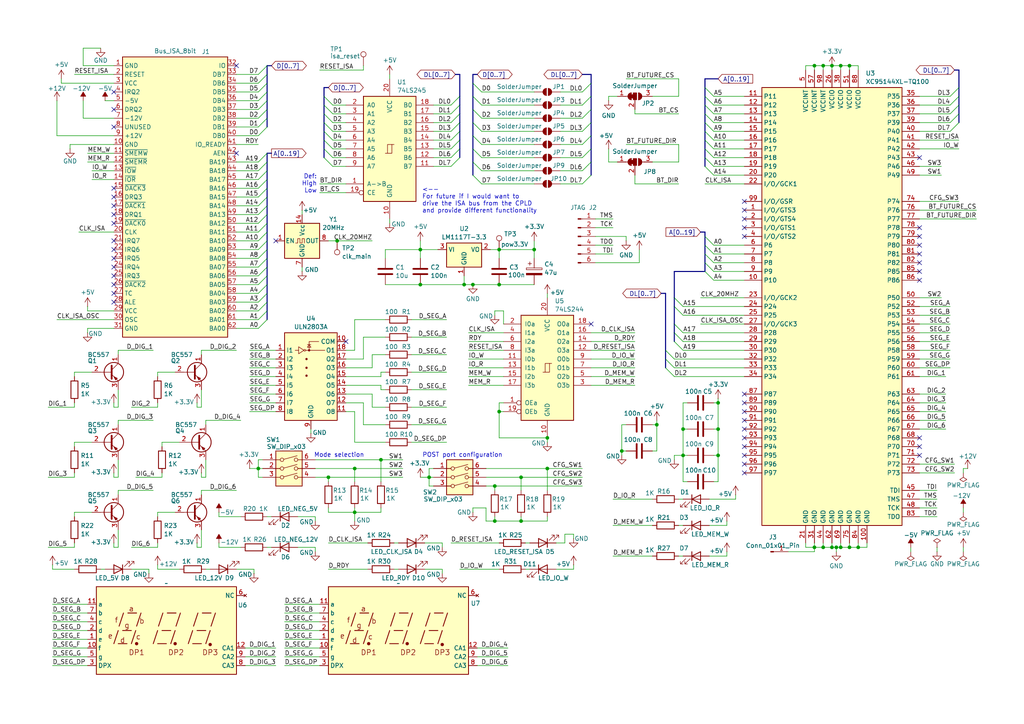
<source format=kicad_sch>
(kicad_sch (version 20250114) (generator "eeschema") (generator_version "9.0")
  (paper "A4")
  (title_block (title "ISA Debug POST card") (date "2025-06-25") (rev "1") (company "maniek86") (comment 1 "https://maniek86.xyz"))
  (text "Def:\nHigh\nLow" (at 91.948 53.34 0) (effects (font (size 1.27 1.27)) (justify right)))
  (text "<-- \nFor future if I would want to \ndrive the ISA bus from the CPLD\nand provide different functionality" (at 122.428 58.166 0) (effects (font (size 1.27 1.27)) (justify left)))
  (text "Mode selection" (at 105.664 132.08 0) (effects (font (size 1.27 1.27)) (justify right)))
  (text "POST port configuration" (at 145.796 132.08 0) (effects (font (size 1.27 1.27)) (justify right)))
  (junction (at 143.51 151.13))
  (junction (at 121.92 72.39))
  (junction (at 180.34 130.81))
  (junction (at 158.75 127))
  (junction (at 97.79 69.85))
  (junction (at 124.46 138.43))
  (junction (at 241.3 158.75))
  (junction (at 246.38 158.75))
  (junction (at 243.84 158.75))
  (junction (at 236.22 19.05))
  (junction (at 190.5 123.19))
  (junction (at 246.38 19.05))
  (junction (at 198.12 132.08))
  (junction (at 238.76 19.05))
  (junction (at 238.76 158.75))
  (junction (at 137.16 82.55))
  (junction (at 198.12 124.46))
  (junction (at 144.78 82.55))
  (junction (at 208.28 132.08))
  (junction (at 144.78 72.39))
  (junction (at 151.13 138.43))
  (junction (at 74.93 135.89))
  (junction (at 208.28 124.46))
  (junction (at 158.75 135.89))
  (junction (at 242.57 158.75))
  (junction (at 134.62 82.55))
  (junction (at 143.51 140.97))
  (junction (at 110.49 133.35))
  (junction (at 241.3 19.05))
  (junction (at 121.92 82.55))
  (junction (at 154.94 72.39))
  (junction (at 151.13 151.13))
  (junction (at 243.84 19.05))
  (junction (at 236.22 158.75))
  (junction (at 102.87 148.59))
  (junction (at 208.28 116.84))
  (junction (at 102.87 135.89))
  (junction (at 248.92 158.75))
  (junction (at 95.25 138.43))
  (junction (at 144.78 119.38))
  (no_connect (at 33.02 62.23))
  (no_connect (at 266.7 129.54))
  (no_connect (at 215.9 132.08))
  (no_connect (at 215.9 60.96))
  (no_connect (at 215.9 134.62))
  (no_connect (at 33.02 57.15))
  (no_connect (at 33.02 64.77))
  (no_connect (at 33.02 80.01))
  (no_connect (at 266.7 73.66))
  (no_connect (at 266.7 127))
  (no_connect (at 215.9 119.38))
  (no_connect (at 266.7 76.2))
  (no_connect (at 266.7 68.58))
  (no_connect (at 215.9 121.92))
  (no_connect (at 215.9 137.16))
  (no_connect (at 215.9 58.42))
  (no_connect (at 215.9 68.58))
  (no_connect (at 215.9 116.84))
  (no_connect (at 266.7 132.08))
  (no_connect (at 68.58 19.05))
  (no_connect (at 33.02 82.55))
  (no_connect (at 266.7 78.74))
  (no_connect (at 33.02 69.85))
  (no_connect (at 215.9 129.54))
  (no_connect (at 33.02 87.63))
  (no_connect (at 266.7 71.12))
  (no_connect (at 80.01 69.85))
  (no_connect (at 33.02 74.93))
  (no_connect (at 215.9 66.04))
  (no_connect (at 266.7 81.28))
  (no_connect (at 215.9 63.5))
  (no_connect (at 33.02 72.39))
  (no_connect (at 266.7 66.04))
  (no_connect (at 171.45 93.98))
  (no_connect (at 33.02 54.61))
  (no_connect (at 33.02 26.67))
  (no_connect (at 33.02 77.47))
  (no_connect (at 100.33 99.06))
  (no_connect (at 215.9 127))
  (no_connect (at 33.02 31.75))
  (no_connect (at 33.02 59.69))
  (no_connect (at 33.02 85.09))
  (no_connect (at 68.58 44.45))
  (no_connect (at 215.9 114.3))
  (no_connect (at 215.9 124.46))
  (no_connect (at 33.02 36.83))
  (no_connect (at 266.7 45.72))
  (bus_entry (at 195.58 106.68) (size -2.54 -2.54))
  (bus_entry (at 168.91 26.67) (size 2.54 -2.54))
  (bus_entry (at 130.81 48.26) (size 2.54 -2.54))
  (bus_entry (at 207.01 40.64) (size -2.54 -2.54))
  (bus_entry (at 207.01 48.26) (size -2.54 -2.54))
  (bus_entry (at 74.93 72.39) (size 2.54 -2.54))
  (bus_entry (at 130.81 35.56) (size 2.54 -2.54))
  (bus_entry (at 207.01 27.94) (size -2.54 -2.54))
  (bus_entry (at 168.91 45.72) (size 2.54 -2.54))
  (bus_entry (at 74.93 74.93) (size 2.54 -2.54))
  (bus_entry (at 74.93 39.37) (size 2.54 -2.54))
  (bus_entry (at 139.7 34.29) (size -2.54 -2.54))
  (bus_entry (at 74.93 36.83) (size 2.54 -2.54))
  (bus_entry (at 74.93 90.17) (size 2.54 -2.54))
  (bus_entry (at 207.01 71.12) (size -2.54 -2.54))
  (bus_entry (at 74.93 62.23) (size 2.54 -2.54))
  (bus_entry (at 139.7 26.67) (size -2.54 -2.54))
  (bus_entry (at 198.12 101.6) (size -2.54 -2.54))
  (bus_entry (at 96.52 43.18) (size -2.54 -2.54))
  (bus_entry (at 168.91 34.29) (size 2.54 -2.54))
  (bus_entry (at 96.52 40.64) (size -2.54 -2.54))
  (bus_entry (at 207.01 76.2) (size -2.54 -2.54))
  (bus_entry (at 207.01 33.02) (size -2.54 -2.54))
  (bus_entry (at 207.01 73.66) (size -2.54 -2.54))
  (bus_entry (at 207.01 43.18) (size -2.54 -2.54))
  (bus_entry (at 207.01 35.56) (size -2.54 -2.54))
  (bus_entry (at 139.7 53.34) (size -2.54 -2.54))
  (bus_entry (at 207.01 50.8) (size -2.54 -2.54))
  (bus_entry (at 275.59 38.1) (size 2.54 -2.54))
  (bus_entry (at 74.93 85.09) (size 2.54 -2.54))
  (bus_entry (at 74.93 64.77) (size 2.54 -2.54))
  (bus_entry (at 130.81 33.02) (size 2.54 -2.54))
  (bus_entry (at 130.81 30.48) (size 2.54 -2.54))
  (bus_entry (at 74.93 34.29) (size 2.54 -2.54))
  (bus_entry (at 130.81 38.1) (size 2.54 -2.54))
  (bus_entry (at 275.59 35.56) (size 2.54 -2.54))
  (bus_entry (at 130.81 45.72) (size 2.54 -2.54))
  (bus_entry (at 139.7 41.91) (size -2.54 -2.54))
  (bus_entry (at 96.52 33.02) (size -2.54 -2.54))
  (bus_entry (at 74.93 26.67) (size 2.54 -2.54))
  (bus_entry (at 168.91 30.48) (size 2.54 -2.54))
  (bus_entry (at 74.93 80.01) (size 2.54 -2.54))
  (bus_entry (at 275.59 27.94) (size 2.54 -2.54))
  (bus_entry (at 139.7 45.72) (size -2.54 -2.54))
  (bus_entry (at 74.93 21.59) (size 2.54 -2.54))
  (bus_entry (at 96.52 30.48) (size -2.54 -2.54))
  (bus_entry (at 74.93 67.31) (size 2.54 -2.54))
  (bus_entry (at 74.93 77.47) (size 2.54 -2.54))
  (bus_entry (at 207.01 81.28) (size -2.54 -2.54))
  (bus_entry (at 139.7 30.48) (size -2.54 -2.54))
  (bus_entry (at 168.91 41.91) (size 2.54 -2.54))
  (bus_entry (at 74.93 54.61) (size 2.54 -2.54))
  (bus_entry (at 139.7 38.1) (size -2.54 -2.54))
  (bus_entry (at 195.58 104.14) (size -2.54 -2.54))
  (bus_entry (at 195.58 109.22) (size -2.54 -2.54))
  (bus_entry (at 96.52 48.26) (size -2.54 -2.54))
  (bus_entry (at 130.81 40.64) (size 2.54 -2.54))
  (bus_entry (at 74.93 29.21) (size 2.54 -2.54))
  (bus_entry (at 74.93 82.55) (size 2.54 -2.54))
  (bus_entry (at 96.52 38.1) (size -2.54 -2.54))
  (bus_entry (at 74.93 52.07) (size 2.54 -2.54))
  (bus_entry (at 139.7 49.53) (size -2.54 -2.54))
  (bus_entry (at 275.59 30.48) (size 2.54 -2.54))
  (bus_entry (at 130.81 43.18) (size 2.54 -2.54))
  (bus_entry (at 74.93 57.15) (size 2.54 -2.54))
  (bus_entry (at 198.12 88.9) (size -2.54 -2.54))
  (bus_entry (at 207.01 45.72) (size -2.54 -2.54))
  (bus_entry (at 168.91 53.34) (size 2.54 -2.54))
  (bus_entry (at 198.12 96.52) (size -2.54 -2.54))
  (bus_entry (at 74.93 49.53) (size 2.54 -2.54))
  (bus_entry (at 168.91 38.1) (size 2.54 -2.54))
  (bus_entry (at 74.93 87.63) (size 2.54 -2.54))
  (bus_entry (at 207.01 38.1) (size -2.54 -2.54))
  (bus_entry (at 74.93 46.99) (size 2.54 -2.54))
  (bus_entry (at 74.93 59.69) (size 2.54 -2.54))
  (bus_entry (at 275.59 33.02) (size 2.54 -2.54))
  (bus_entry (at 198.12 99.06) (size -2.54 -2.54))
  (bus_entry (at 74.93 31.75) (size 2.54 -2.54))
  (bus_entry (at 74.93 69.85) (size 2.54 -2.54))
  (bus_entry (at 207.01 78.74) (size -2.54 -2.54))
  (bus_entry (at 168.91 49.53) (size 2.54 -2.54))
  (bus_entry (at 96.52 45.72) (size -2.54 -2.54))
  (bus_entry (at 198.12 91.44) (size -2.54 -2.54))
  (bus_entry (at 74.93 95.25) (size 2.54 -2.54))
  (bus_entry (at 96.52 35.56) (size -2.54 -2.54))
  (bus_entry (at 207.01 30.48) (size -2.54 -2.54))
  (bus_entry (at 74.93 24.13) (size 2.54 -2.54))
  (bus_entry (at 74.93 92.71) (size 2.54 -2.54))
  (wire (pts (xy 45.72 148.59) (xy 50.8 148.59)))
  (wire (pts (xy 95.25 148.59) (xy 102.87 148.59)))
  (wire (pts (xy 63.5 148.59) (xy 63.5 149.86)))
  (wire (pts (xy 266.7 119.38) (xy 274.32 119.38)))
  (bus (pts (xy 77.47 74.93) (xy 77.47 72.39)))
  (wire (pts (xy 266.7 38.1) (xy 275.59 38.1)))
  (wire (pts (xy 144.78 116.84) (xy 144.78 119.38)))
  (wire (pts (xy 266.7 142.24) (xy 271.78 142.24)))
  (wire (pts (xy 58.42 113.03) (xy 58.42 118.11)))
  (wire (pts (xy 198.12 91.44) (xy 215.9 91.44)))
  (wire (pts (xy 162.56 26.67) (xy 168.91 26.67)))
  (bus (pts (xy 77.47 80.01) (xy 77.47 77.47)))
  (wire (pts (xy 152.4 165.1) (xy 153.67 165.1)))
  (bus (pts (xy 77.47 49.53) (xy 77.47 46.99)))
  (wire (pts (xy 72.39 104.14) (xy 80.01 104.14)))
  (wire (pts (xy 166.37 163.83) (xy 166.37 165.1)))
  (wire (pts (xy 68.58 82.55) (xy 74.93 82.55)))
  (wire (pts (xy 190.5 130.81) (xy 189.23 130.81)))
  (wire (pts (xy 16.51 39.37) (xy 16.51 29.21)))
  (wire (pts (xy 34.29 101.6) (xy 34.29 102.87)))
  (bus (pts (xy 171.45 24.13) (xy 171.45 27.94)))
  (wire (pts (xy 172.72 66.04) (xy 177.8 66.04)))
  (wire (pts (xy 208.28 132.08) (xy 208.28 139.7)))
  (wire (pts (xy 13.97 158.75) (xy 21.59 158.75)))
  (wire (pts (xy 74.93 135.89) (xy 74.93 133.35)))
  (wire (pts (xy 146.05 90.17) (xy 143.51 90.17)))
  (wire (pts (xy 114.3 157.48) (xy 115.57 157.48)))
  (wire (pts (xy 172.72 76.2) (xy 185.42 76.2)))
  (wire (pts (xy 125.73 33.02) (xy 130.81 33.02)))
  (wire (pts (xy 125.73 38.1) (xy 130.81 38.1)))
  (bus (pts (xy 137.16 21.59) (xy 137.16 24.13)))
  (wire (pts (xy 184.15 31.75) (xy 184.15 33.02)))
  (wire (pts (xy 38.1 165.1) (xy 43.18 165.1)))
  (wire (pts (xy 107.95 118.11) (xy 107.95 114.3)))
  (wire (pts (xy 176.53 43.18) (xy 176.53 46.99)))
  (bus (pts (xy 193.04 101.6) (xy 193.04 104.14)))
  (wire (pts (xy 123.19 157.48) (xy 128.27 157.48)))
  (bus (pts (xy 77.47 52.07) (xy 77.47 49.53)))
  (wire (pts (xy 158.75 151.13) (xy 158.75 149.86)))
  (bus (pts (xy 171.45 39.37) (xy 171.45 43.18)))
  (bus (pts (xy 168.91 21.59) (xy 171.45 21.59)))
  (bus (pts (xy 93.98 35.56) (xy 93.98 38.1)))
  (bus (pts (xy 193.04 85.09) (xy 191.77 85.09)))
  (wire (pts (xy 17.78 24.13) (xy 17.78 22.86)))
  (wire (pts (xy 266.7 58.42) (xy 278.13 58.42)))
  (wire (pts (xy 91.44 138.43) (xy 95.25 138.43)))
  (bus (pts (xy 278.13 33.02) (xy 278.13 35.56)))
  (bus (pts (xy 171.45 31.75) (xy 171.45 35.56)))
  (wire (pts (xy 198.12 139.7) (xy 199.39 139.7)))
  (wire (pts (xy 138.43 193.04) (xy 147.32 193.04)))
  (bus (pts (xy 77.47 87.63) (xy 77.47 85.09)))
  (wire (pts (xy 74.93 135.89) (xy 74.93 138.43)))
  (bus (pts (xy 77.47 72.39) (xy 77.47 69.85)))
  (wire (pts (xy 110.49 148.59) (xy 110.49 147.32)))
  (bus (pts (xy 278.13 27.94) (xy 278.13 30.48)))
  (wire (pts (xy 196.85 46.99) (xy 189.23 46.99)))
  (wire (pts (xy 95.25 165.1) (xy 106.68 165.1)))
  (wire (pts (xy 196.85 22.86) (xy 196.85 27.94)))
  (wire (pts (xy 144.78 119.38) (xy 144.78 127)))
  (wire (pts (xy 241.3 157.48) (xy 241.3 158.75)))
  (wire (pts (xy 22.86 67.31) (xy 33.02 67.31)))
  (wire (pts (xy 96.52 45.72) (xy 100.33 45.72)))
  (wire (pts (xy 39.37 138.43) (xy 46.99 138.43)))
  (wire (pts (xy 151.13 151.13) (xy 158.75 151.13)))
  (wire (pts (xy 72.39 111.76) (xy 80.01 111.76)))
  (wire (pts (xy 29.21 165.1) (xy 30.48 165.1)))
  (wire (pts (xy 68.58 24.13) (xy 74.93 24.13)))
  (wire (pts (xy 125.73 30.48) (xy 130.81 30.48)))
  (bus (pts (xy 171.45 27.94) (xy 171.45 31.75)))
  (wire (pts (xy 243.84 19.05) (xy 241.3 19.05)))
  (wire (pts (xy 92.71 55.88) (xy 100.33 55.88)))
  (wire (pts (xy 181.61 68.58) (xy 172.72 68.58)))
  (wire (pts (xy 113.03 64.77) (xy 113.03 63.5)))
  (bus (pts (xy 204.47 30.48) (xy 204.47 33.02)))
  (wire (pts (xy 279.4 160.02) (xy 279.4 158.75)))
  (wire (pts (xy 171.45 106.68) (xy 184.15 106.68)))
  (wire (pts (xy 25.4 44.45) (xy 33.02 44.45)))
  (bus (pts (xy 204.47 67.31) (xy 204.47 68.58)))
  (wire (pts (xy 91.44 135.89) (xy 102.87 135.89)))
  (wire (pts (xy 58.42 138.43) (xy 59.69 138.43)))
  (wire (pts (xy 207.01 71.12) (xy 215.9 71.12)))
  (wire (pts (xy 63.5 157.48) (xy 63.5 158.75)))
  (wire (pts (xy 198.12 88.9) (xy 215.9 88.9)))
  (wire (pts (xy 135.89 99.06) (xy 146.05 99.06)))
  (wire (pts (xy 266.7 63.5) (xy 283.21 63.5)))
  (wire (pts (xy 68.58 87.63) (xy 74.93 87.63)))
  (bus (pts (xy 137.16 27.94) (xy 137.16 31.75)))
  (wire (pts (xy 135.89 111.76) (xy 146.05 111.76)))
  (wire (pts (xy 96.52 33.02) (xy 100.33 33.02)))
  (wire (pts (xy 207.01 35.56) (xy 215.9 35.56)))
  (wire (pts (xy 158.75 85.09) (xy 158.75 86.36)))
  (wire (pts (xy 72.39 116.84) (xy 80.01 116.84)))
  (wire (pts (xy 57.15 158.75) (xy 57.15 157.48)))
  (wire (pts (xy 233.68 19.05) (xy 236.22 19.05)))
  (wire (pts (xy 125.73 35.56) (xy 130.81 35.56)))
  (wire (pts (xy 82.55 193.04) (xy 92.71 193.04)))
  (wire (pts (xy 233.68 157.48) (xy 233.68 158.75)))
  (wire (pts (xy 68.58 29.21) (xy 74.93 29.21)))
  (wire (pts (xy 185.42 72.39) (xy 185.42 76.2)))
  (wire (pts (xy 236.22 20.32) (xy 236.22 19.05)))
  (wire (pts (xy 43.18 165.1) (xy 43.18 166.37)))
  (wire (pts (xy 24.13 29.21) (xy 24.13 34.29)))
  (wire (pts (xy 198.12 99.06) (xy 215.9 99.06)))
  (wire (pts (xy 177.8 152.4) (xy 189.23 152.4)))
  (wire (pts (xy 162.56 30.48) (xy 168.91 30.48)))
  (wire (pts (xy 154.94 69.85) (xy 154.94 72.39)))
  (wire (pts (xy 158.75 135.89) (xy 158.75 142.24)))
  (wire (pts (xy 266.7 33.02) (xy 275.59 33.02)))
  (wire (pts (xy 34.29 113.03) (xy 34.29 118.11)))
  (bus (pts (xy 171.45 35.56) (xy 171.45 39.37)))
  (wire (pts (xy 33.02 138.43) (xy 33.02 137.16)))
  (wire (pts (xy 58.42 138.43) (xy 58.42 137.16)))
  (wire (pts (xy 246.38 157.48) (xy 246.38 158.75)))
  (wire (pts (xy 184.15 33.02) (xy 196.85 33.02)))
  (wire (pts (xy 45.72 165.1) (xy 52.07 165.1)))
  (wire (pts (xy 45.72 107.95) (xy 50.8 107.95)))
  (wire (pts (xy 279.4 135.89) (xy 279.4 137.16)))
  (wire (pts (xy 210.82 151.13) (xy 210.82 152.4)))
  (wire (pts (xy 233.68 158.75) (xy 236.22 158.75)))
  (wire (pts (xy 271.78 158.75) (xy 271.78 160.02)))
  (wire (pts (xy 171.45 109.22) (xy 184.15 109.22)))
  (bus (pts (xy 195.58 78.74) (xy 195.58 86.36)))
  (bus (pts (xy 138.43 21.59) (xy 137.16 21.59)))
  (wire (pts (xy 25.4 90.17) (xy 25.4 88.9)))
  (bus (pts (xy 133.35 27.94) (xy 133.35 30.48)))
  (wire (pts (xy 68.58 95.25) (xy 74.93 95.25)))
  (wire (pts (xy 15.24 180.34) (xy 25.4 180.34)))
  (wire (pts (xy 68.58 46.99) (xy 74.93 46.99)))
  (wire (pts (xy 266.7 43.18) (xy 278.13 43.18)))
  (wire (pts (xy 180.34 123.19) (xy 180.34 130.81)))
  (wire (pts (xy 59.69 165.1) (xy 60.96 165.1)))
  (wire (pts (xy 26.67 52.07) (xy 33.02 52.07)))
  (wire (pts (xy 72.39 119.38) (xy 80.01 119.38)))
  (bus (pts (xy 204.47 33.02) (xy 204.47 35.56)))
  (wire (pts (xy 30.48 29.21) (xy 33.02 29.21)))
  (wire (pts (xy 264.16 158.75) (xy 264.16 160.02)))
  (wire (pts (xy 105.41 123.19) (xy 111.76 123.19)))
  (wire (pts (xy 166.37 154.94) (xy 163.83 154.94)))
  (bus (pts (xy 137.16 35.56) (xy 137.16 39.37)))
  (wire (pts (xy 207.01 139.7) (xy 208.28 139.7)))
  (wire (pts (xy 251.46 158.75) (xy 251.46 157.48)))
  (wire (pts (xy 57.15 158.75) (xy 58.42 158.75)))
  (bus (pts (xy 77.47 92.71) (xy 77.47 90.17)))
  (wire (pts (xy 96.52 30.48) (xy 100.33 30.48)))
  (wire (pts (xy 25.4 95.25) (xy 33.02 95.25)))
  (wire (pts (xy 196.85 144.78) (xy 198.12 144.78)))
  (wire (pts (xy 171.45 96.52) (xy 184.15 96.52)))
  (bus (pts (xy 171.45 21.59) (xy 171.45 24.13)))
  (bus (pts (xy 133.35 30.48) (xy 133.35 33.02)))
  (wire (pts (xy 72.39 106.68) (xy 80.01 106.68)))
  (bus (pts (xy 133.35 43.18) (xy 133.35 45.72)))
  (wire (pts (xy 199.39 116.84) (xy 198.12 116.84)))
  (wire (pts (xy 100.33 106.68) (xy 107.95 106.68)))
  (bus (pts (xy 137.16 39.37) (xy 137.16 43.18)))
  (wire (pts (xy 119.38 97.79) (xy 129.54 97.79)))
  (wire (pts (xy 91.44 133.35) (xy 110.49 133.35)))
  (wire (pts (xy 198.12 96.52) (xy 215.9 96.52)))
  (wire (pts (xy 266.7 144.78) (xy 271.78 144.78)))
  (bus (pts (xy 77.47 36.83) (xy 77.47 34.29)))
  (bus (pts (xy 137.16 24.13) (xy 137.16 27.94)))
  (wire (pts (xy 119.38 128.27) (xy 129.54 128.27)))
  (bus (pts (xy 204.47 43.18) (xy 204.47 45.72)))
  (wire (pts (xy 207.01 48.26) (xy 215.9 48.26)))
  (wire (pts (xy 68.58 69.85) (xy 74.93 69.85)))
  (wire (pts (xy 158.75 127) (xy 158.75 128.27)))
  (wire (pts (xy 137.16 147.32) (xy 137.16 148.59)))
  (wire (pts (xy 210.82 152.4) (xy 205.74 152.4)))
  (wire (pts (xy 135.89 101.6) (xy 146.05 101.6)))
  (wire (pts (xy 34.29 142.24) (xy 44.45 142.24)))
  (wire (pts (xy 140.97 147.32) (xy 137.16 147.32)))
  (wire (pts (xy 59.69 121.92) (xy 69.85 121.92)))
  (wire (pts (xy 133.35 165.1) (xy 144.78 165.1)))
  (wire (pts (xy 213.36 143.51) (xy 213.36 144.78)))
  (wire (pts (xy 20.32 41.91) (xy 33.02 41.91)))
  (wire (pts (xy 139.7 41.91) (xy 154.94 41.91)))
  (wire (pts (xy 154.94 72.39) (xy 154.94 74.93)))
  (bus (pts (xy 132.08 21.59) (xy 133.35 21.59)))
  (wire (pts (xy 68.58 52.07) (xy 74.93 52.07)))
  (wire (pts (xy 124.46 138.43) (xy 124.46 140.97)))
  (wire (pts (xy 102.87 135.89) (xy 102.87 139.7)))
  (wire (pts (xy 72.39 109.22) (xy 80.01 109.22)))
  (wire (pts (xy 34.29 133.35) (xy 34.29 138.43)))
  (wire (pts (xy 210.82 160.02) (xy 210.82 161.29)))
  (wire (pts (xy 180.34 130.81) (xy 181.61 130.81)))
  (bus (pts (xy 77.47 59.69) (xy 77.47 57.15)))
  (bus (pts (xy 276.86 20.32) (xy 278.13 20.32)))
  (wire (pts (xy 137.16 82.55) (xy 144.78 82.55)))
  (wire (pts (xy 208.28 115.57) (xy 208.28 116.84)))
  (wire (pts (xy 87.63 60.96) (xy 87.63 62.23)))
  (bus (pts (xy 77.47 29.21) (xy 77.47 26.67)))
  (wire (pts (xy 144.78 116.84) (xy 146.05 116.84)))
  (wire (pts (xy 138.43 187.96) (xy 147.32 187.96)))
  (wire (pts (xy 143.51 149.86) (xy 143.51 151.13)))
  (wire (pts (xy 95.25 138.43) (xy 116.84 138.43)))
  (wire (pts (xy 96.52 35.56) (xy 100.33 35.56)))
  (wire (pts (xy 213.36 144.78) (xy 205.74 144.78)))
  (wire (pts (xy 166.37 156.21) (xy 166.37 154.94)))
  (wire (pts (xy 163.83 154.94) (xy 163.83 157.48)))
  (wire (pts (xy 71.12 187.96) (xy 80.01 187.96)))
  (bus (pts (xy 77.47 24.13) (xy 77.47 21.59)))
  (wire (pts (xy 189.23 123.19) (xy 190.5 123.19)))
  (wire (pts (xy 68.58 85.09) (xy 74.93 85.09)))
  (wire (pts (xy 190.5 121.92) (xy 190.5 123.19)))
  (bus (pts (xy 204.47 22.86) (xy 204.47 25.4)))
  (wire (pts (xy 195.58 132.08) (xy 198.12 132.08)))
  (wire (pts (xy 162.56 49.53) (xy 168.91 49.53)))
  (wire (pts (xy 46.99 128.27) (xy 52.07 128.27)))
  (wire (pts (xy 82.55 175.26) (xy 92.71 175.26)))
  (wire (pts (xy 143.51 140.97) (xy 143.51 142.24)))
  (wire (pts (xy 207.01 116.84) (xy 208.28 116.84)))
  (wire (pts (xy 15.24 185.42) (xy 25.4 185.42)))
  (wire (pts (xy 113.03 21.59) (xy 113.03 22.86)))
  (wire (pts (xy 96.52 48.26) (xy 100.33 48.26)))
  (wire (pts (xy 33.02 138.43) (xy 34.29 138.43)))
  (wire (pts (xy 119.38 123.19) (xy 129.54 123.19)))
  (bus (pts (xy 77.47 90.17) (xy 77.47 87.63)))
  (bus (pts (xy 133.35 33.02) (xy 133.35 35.56)))
  (wire (pts (xy 207.01 76.2) (xy 215.9 76.2)))
  (wire (pts (xy 21.59 128.27) (xy 26.67 128.27)))
  (wire (pts (xy 139.7 34.29) (xy 154.94 34.29)))
  (wire (pts (xy 96.52 40.64) (xy 100.33 40.64)))
  (wire (pts (xy 111.76 72.39) (xy 121.92 72.39)))
  (wire (pts (xy 68.58 21.59) (xy 74.93 21.59)))
  (wire (pts (xy 110.49 113.03) (xy 110.49 111.76)))
  (wire (pts (xy 280.67 135.89) (xy 279.4 135.89)))
  (wire (pts (xy 102.87 101.6) (xy 102.87 92.71)))
  (wire (pts (xy 68.58 64.77) (xy 74.93 64.77)))
  (wire (pts (xy 68.58 26.67) (xy 74.93 26.67)))
  (wire (pts (xy 102.87 92.71) (xy 111.76 92.71)))
  (wire (pts (xy 102.87 148.59) (xy 102.87 147.32)))
  (wire (pts (xy 207.01 30.48) (xy 215.9 30.48)))
  (wire (pts (xy 111.76 118.11) (xy 107.95 118.11)))
  (wire (pts (xy 15.24 177.8) (xy 25.4 177.8)))
  (wire (pts (xy 195.58 104.14) (xy 215.9 104.14)))
  (wire (pts (xy 238.76 157.48) (xy 238.76 158.75)))
  (wire (pts (xy 162.56 53.34) (xy 168.91 53.34)))
  (wire (pts (xy 266.7 137.16) (xy 276.86 137.16)))
  (wire (pts (xy 119.38 102.87) (xy 129.54 102.87)))
  (wire (pts (xy 176.53 27.94) (xy 179.07 27.94)))
  (wire (pts (xy 71.12 193.04) (xy 80.01 193.04)))
  (wire (pts (xy 139.7 49.53) (xy 154.94 49.53)))
  (wire (pts (xy 68.58 49.53) (xy 74.93 49.53)))
  (wire (pts (xy 233.68 19.05) (xy 233.68 20.32)))
  (bus (pts (xy 93.98 30.48) (xy 93.98 33.02)))
  (wire (pts (xy 91.44 149.86) (xy 91.44 151.13)))
  (wire (pts (xy 33.02 158.75) (xy 33.02 157.48)))
  (wire (pts (xy 172.72 73.66) (xy 177.8 73.66)))
  (wire (pts (xy 68.58 92.71) (xy 74.93 92.71)))
  (wire (pts (xy 15.24 182.88) (xy 25.4 182.88)))
  (wire (pts (xy 21.59 148.59) (xy 26.67 148.59)))
  (wire (pts (xy 68.58 77.47) (xy 74.93 77.47)))
  (wire (pts (xy 196.85 161.29) (xy 198.12 161.29)))
  (wire (pts (xy 68.58 62.23) (xy 74.93 62.23)))
  (wire (pts (xy 100.33 116.84) (xy 105.41 116.84)))
  (wire (pts (xy 21.59 157.48) (xy 21.59 158.75)))
  (wire (pts (xy 34.29 121.92) (xy 34.29 123.19)))
  (wire (pts (xy 68.58 57.15) (xy 74.93 57.15)))
  (wire (pts (xy 119.38 113.03) (xy 129.54 113.03)))
  (wire (pts (xy 171.45 104.14) (xy 184.15 104.14)))
  (wire (pts (xy 68.58 54.61) (xy 74.93 54.61)))
  (wire (pts (xy 162.56 41.91) (xy 168.91 41.91)))
  (wire (pts (xy 242.57 158.75) (xy 243.84 158.75)))
  (wire (pts (xy 207.01 81.28) (xy 215.9 81.28)))
  (bus (pts (xy 204.47 73.66) (xy 204.47 71.12)))
  (wire (pts (xy 139.7 30.48) (xy 154.94 30.48)))
  (wire (pts (xy 135.89 109.22) (xy 146.05 109.22)))
  (wire (pts (xy 151.13 138.43) (xy 151.13 142.24)))
  (wire (pts (xy 228.6 160.02) (xy 236.22 160.02)))
  (wire (pts (xy 86.36 149.86) (xy 91.44 149.86)))
  (wire (pts (xy 82.55 177.8) (xy 92.71 177.8)))
  (wire (pts (xy 189.23 27.94) (xy 196.85 27.94)))
  (bus (pts (xy 133.35 38.1) (xy 133.35 40.64)))
  (wire (pts (xy 58.42 101.6) (xy 58.42 102.87)))
  (wire (pts (xy 45.72 109.22) (xy 45.72 107.95)))
  (wire (pts (xy 266.7 96.52) (xy 275.59 96.52)))
  (wire (pts (xy 266.7 149.86) (xy 271.78 149.86)))
  (wire (pts (xy 279.4 147.32) (xy 279.4 148.59)))
  (wire (pts (xy 242.57 160.02) (xy 242.57 158.75)))
  (bus (pts (xy 133.35 21.59) (xy 133.35 27.94)))
  (wire (pts (xy 111.76 107.95) (xy 110.49 107.95)))
  (wire (pts (xy 266.7 121.92) (xy 274.32 121.92)))
  (wire (pts (xy 266.7 50.8) (xy 273.05 50.8)))
  (wire (pts (xy 172.72 71.12) (xy 177.8 71.12)))
  (wire (pts (xy 25.4 96.52) (xy 25.4 95.25)))
  (wire (pts (xy 176.53 27.94) (xy 176.53 29.21)))
  (wire (pts (xy 266.7 109.22) (xy 274.32 109.22)))
  (wire (pts (xy 33.02 118.11) (xy 34.29 118.11)))
  (wire (pts (xy 110.49 133.35) (xy 116.84 133.35)))
  (wire (pts (xy 95.25 147.32) (xy 95.25 148.59)))
  (wire (pts (xy 266.7 48.26) (xy 273.05 48.26)))
  (wire (pts (xy 139.7 38.1) (xy 154.94 38.1)))
  (bus (pts (xy 278.13 30.48) (xy 278.13 33.02)))
  (wire (pts (xy 45.72 163.83) (xy 45.72 165.1)))
  (wire (pts (xy 238.76 158.75) (xy 241.3 158.75)))
  (bus (pts (xy 133.35 40.64) (xy 133.35 43.18)))
  (bus (pts (xy 204.47 71.12) (xy 204.47 68.58)))
  (wire (pts (xy 142.24 72.39) (xy 144.78 72.39)))
  (wire (pts (xy 95.25 69.85) (xy 97.79 69.85)))
  (wire (pts (xy 176.53 46.99) (xy 179.07 46.99)))
  (bus (pts (xy 204.47 78.74) (xy 195.58 78.74)))
  (wire (pts (xy 58.42 142.24) (xy 58.42 143.51)))
  (wire (pts (xy 16.51 92.71) (xy 33.02 92.71)))
  (wire (pts (xy 140.97 135.89) (xy 158.75 135.89)))
  (wire (pts (xy 207.01 38.1) (xy 215.9 38.1)))
  (wire (pts (xy 82.55 180.34) (xy 92.71 180.34)))
  (wire (pts (xy 82.55 185.42) (xy 92.71 185.42)))
  (bus (pts (xy 193.04 104.14) (xy 193.04 106.68)))
  (wire (pts (xy 121.92 69.85) (xy 121.92 72.39)))
  (wire (pts (xy 34.29 101.6) (xy 44.45 101.6)))
  (wire (pts (xy 195.58 106.68) (xy 215.9 106.68)))
  (bus (pts (xy 137.16 31.75) (xy 137.16 35.56)))
  (wire (pts (xy 96.52 43.18) (xy 100.33 43.18)))
  (wire (pts (xy 143.51 90.17) (xy 143.51 91.44)))
  (wire (pts (xy 121.92 82.55) (xy 134.62 82.55)))
  (wire (pts (xy 266.7 30.48) (xy 275.59 30.48)))
  (wire (pts (xy 21.59 116.84) (xy 21.59 118.11)))
  (wire (pts (xy 71.12 190.5) (xy 80.01 190.5)))
  (wire (pts (xy 181.61 22.86) (xy 196.85 22.86)))
  (wire (pts (xy 124.46 138.43) (xy 125.73 138.43)))
  (wire (pts (xy 102.87 119.38) (xy 100.33 119.38)))
  (wire (pts (xy 111.76 113.03) (xy 110.49 113.03)))
  (wire (pts (xy 87.63 77.47) (xy 87.63 78.74)))
  (wire (pts (xy 246.38 158.75) (xy 248.92 158.75)))
  (wire (pts (xy 77.47 158.75) (xy 78.74 158.75)))
  (bus (pts (xy 195.58 86.36) (xy 195.58 88.9)))
  (wire (pts (xy 180.34 123.19) (xy 181.61 123.19)))
  (wire (pts (xy 207.01 73.66) (xy 215.9 73.66)))
  (wire (pts (xy 111.76 97.79) (xy 105.41 97.79)))
  (wire (pts (xy 266.7 86.36) (xy 273.05 86.36)))
  (wire (pts (xy 208.28 132.08) (xy 207.01 132.08)))
  (bus (pts (xy 93.98 25.4) (xy 93.98 27.94)))
  (wire (pts (xy 15.24 165.1) (xy 21.59 165.1)))
  (wire (pts (xy 177.8 144.78) (xy 189.23 144.78)))
  (wire (pts (xy 119.38 118.11) (xy 129.54 118.11)))
  (wire (pts (xy 102.87 135.89) (xy 116.84 135.89)))
  (wire (pts (xy 68.58 74.93) (xy 74.93 74.93)))
  (wire (pts (xy 82.55 187.96) (xy 92.71 187.96)))
  (wire (pts (xy 110.49 133.35) (xy 110.49 139.7)))
  (wire (pts (xy 59.69 133.35) (xy 59.69 138.43)))
  (wire (pts (xy 208.28 116.84) (xy 208.28 124.46)))
  (wire (pts (xy 15.24 163.83) (xy 15.24 165.1)))
  (bus (pts (xy 203.2 67.31) (xy 204.47 67.31)))
  (wire (pts (xy 266.7 101.6) (xy 275.59 101.6)))
  (wire (pts (xy 68.58 31.75) (xy 74.93 31.75)))
  (wire (pts (xy 204.47 53.34) (xy 215.9 53.34)))
  (wire (pts (xy 248.92 158.75) (xy 251.46 158.75)))
  (wire (pts (xy 135.89 104.14) (xy 146.05 104.14)))
  (wire (pts (xy 210.82 161.29) (xy 205.74 161.29)))
  (wire (pts (xy 128.27 165.1) (xy 128.27 166.37)))
  (wire (pts (xy 16.51 39.37) (xy 33.02 39.37)))
  (bus (pts (xy 77.47 85.09) (xy 77.47 82.55)))
  (wire (pts (xy 20.32 43.18) (xy 20.32 41.91)))
  (wire (pts (xy 180.34 130.81) (xy 180.34 132.08)))
  (wire (pts (xy 243.84 19.05) (xy 246.38 19.05)))
  (wire (pts (xy 266.7 93.98) (xy 275.59 93.98)))
  (wire (pts (xy 207.01 50.8) (xy 215.9 50.8)))
  (bus (pts (xy 204.47 38.1) (xy 204.47 40.64)))
  (wire (pts (xy 207.01 45.72) (xy 215.9 45.72)))
  (wire (pts (xy 72.39 101.6) (xy 80.01 101.6)))
  (wire (pts (xy 68.58 39.37) (xy 74.93 39.37)))
  (wire (pts (xy 46.99 137.16) (xy 46.99 138.43)))
  (wire (pts (xy 26.67 49.53) (xy 33.02 49.53)))
  (wire (pts (xy 198.12 124.46) (xy 199.39 124.46)))
  (wire (pts (xy 134.62 82.55) (xy 137.16 82.55)))
  (bus (pts (xy 195.58 96.52) (xy 195.58 99.06)))
  (bus (pts (xy 93.98 40.64) (xy 93.98 43.18)))
  (wire (pts (xy 243.84 20.32) (xy 243.84 19.05)))
  (wire (pts (xy 86.36 158.75) (xy 91.44 158.75)))
  (wire (pts (xy 90.17 124.46) (xy 90.17 125.73)))
  (bus (pts (xy 77.47 19.05) (xy 78.74 19.05)))
  (wire (pts (xy 144.78 72.39) (xy 144.78 74.93)))
  (wire (pts (xy 266.7 40.64) (xy 278.13 40.64)))
  (wire (pts (xy 266.7 35.56) (xy 275.59 35.56)))
  (bus (pts (xy 193.04 85.09) (xy 193.04 101.6)))
  (wire (pts (xy 119.38 107.95) (xy 129.54 107.95)))
  (wire (pts (xy 198.12 132.08) (xy 199.39 132.08)))
  (wire (pts (xy 21.59 21.59) (xy 33.02 21.59)))
  (wire (pts (xy 33.02 118.11) (xy 33.02 116.84)))
  (bus (pts (xy 77.47 77.47) (xy 77.47 74.93)))
  (bus (pts (xy 93.98 38.1) (xy 93.98 40.64)))
  (wire (pts (xy 34.29 121.92) (xy 44.45 121.92)))
  (wire (pts (xy 105.41 116.84) (xy 105.41 123.19)))
  (wire (pts (xy 203.2 93.98) (xy 215.9 93.98)))
  (wire (pts (xy 172.72 63.5) (xy 177.8 63.5)))
  (bus (pts (xy 77.47 69.85) (xy 77.47 67.31)))
  (bus (pts (xy 77.47 31.75) (xy 77.47 29.21)))
  (bus (pts (xy 77.47 26.67) (xy 77.47 24.13)))
  (wire (pts (xy 15.24 175.26) (xy 25.4 175.26)))
  (wire (pts (xy 58.42 101.6) (xy 68.58 101.6)))
  (wire (pts (xy 24.13 13.97) (xy 24.13 19.05)))
  (bus (pts (xy 137.16 46.99) (xy 137.16 50.8)))
  (wire (pts (xy 105.41 20.32) (xy 105.41 19.05)))
  (wire (pts (xy 207.01 27.94) (xy 215.9 27.94)))
  (wire (pts (xy 139.7 26.67) (xy 154.94 26.67)))
  (wire (pts (xy 238.76 19.05) (xy 241.3 19.05)))
  (bus (pts (xy 77.47 57.15) (xy 77.47 54.61)))
  (bus (pts (xy 77.47 64.77) (xy 77.47 62.23)))
  (wire (pts (xy 21.59 107.95) (xy 26.67 107.95)))
  (bus (pts (xy 95.25 25.4) (xy 93.98 25.4)))
  (wire (pts (xy 68.58 36.83) (xy 74.93 36.83)))
  (wire (pts (xy 166.37 165.1) (xy 161.29 165.1)))
  (wire (pts (xy 248.92 20.32) (xy 248.92 19.05)))
  (wire (pts (xy 236.22 160.02) (xy 236.22 158.75)))
  (wire (pts (xy 24.13 34.29) (xy 33.02 34.29)))
  (wire (pts (xy 171.45 101.6) (xy 184.15 101.6)))
  (wire (pts (xy 190.5 123.19) (xy 190.5 130.81)))
  (wire (pts (xy 68.58 90.17) (xy 74.93 90.17)))
  (wire (pts (xy 139.7 45.72) (xy 154.94 45.72)))
  (wire (pts (xy 100.33 101.6) (xy 102.87 101.6)))
  (wire (pts (xy 130.81 157.48) (xy 144.78 157.48)))
  (wire (pts (xy 24.13 19.05) (xy 33.02 19.05)))
  (wire (pts (xy 171.45 111.76) (xy 184.15 111.76)))
  (bus (pts (xy 208.28 22.86) (xy 204.47 22.86)))
  (wire (pts (xy 266.7 104.14) (xy 275.59 104.14)))
  (wire (pts (xy 72.39 135.89) (xy 74.93 135.89)))
  (wire (pts (xy 21.59 137.16) (xy 21.59 138.43)))
  (wire (pts (xy 171.45 99.06) (xy 184.15 99.06)))
  (wire (pts (xy 114.3 165.1) (xy 115.57 165.1)))
  (wire (pts (xy 68.58 34.29) (xy 74.93 34.29)))
  (wire (pts (xy 195.58 109.22) (xy 215.9 109.22)))
  (wire (pts (xy 177.8 161.29) (xy 189.23 161.29)))
  (bus (pts (xy 77.47 67.31) (xy 77.47 64.77)))
  (wire (pts (xy 163.83 157.48) (xy 161.29 157.48)))
  (wire (pts (xy 135.89 96.52) (xy 146.05 96.52)))
  (bus (pts (xy 93.98 43.18) (xy 93.98 45.72)))
  (wire (pts (xy 45.72 116.84) (xy 45.72 118.11)))
  (wire (pts (xy 143.51 140.97) (xy 168.91 140.97)))
  (wire (pts (xy 68.58 72.39) (xy 74.93 72.39)))
  (wire (pts (xy 34.29 142.24) (xy 34.29 143.51)))
  (bus (pts (xy 195.58 93.98) (xy 195.58 96.52)))
  (wire (pts (xy 198.12 132.08) (xy 198.12 139.7)))
  (wire (pts (xy 124.46 138.43) (xy 124.46 135.89)))
  (wire (pts (xy 21.59 149.86) (xy 21.59 148.59)))
  (wire (pts (xy 57.15 118.11) (xy 58.42 118.11)))
  (wire (pts (xy 82.55 182.88) (xy 92.71 182.88)))
  (wire (pts (xy 236.22 19.05) (xy 238.76 19.05)))
  (wire (pts (xy 105.41 104.14) (xy 100.33 104.14)))
  (bus (pts (xy 137.16 43.18) (xy 137.16 46.99)))
  (wire (pts (xy 248.92 157.48) (xy 248.92 158.75)))
  (wire (pts (xy 107.95 114.3) (xy 100.33 114.3)))
  (wire (pts (xy 140.97 151.13) (xy 140.97 147.32)))
  (wire (pts (xy 33.02 158.75) (xy 34.29 158.75)))
  (bus (pts (xy 204.47 27.94) (xy 204.47 30.48)))
  (wire (pts (xy 144.78 72.39) (xy 154.94 72.39)))
  (wire (pts (xy 207.01 43.18) (xy 215.9 43.18)))
  (wire (pts (xy 105.41 97.79) (xy 105.41 104.14)))
  (wire (pts (xy 128.27 157.48) (xy 128.27 158.75)))
  (wire (pts (xy 95.25 138.43) (xy 95.25 139.7)))
  (wire (pts (xy 63.5 149.86) (xy 69.85 149.86)))
  (wire (pts (xy 15.24 193.04) (xy 25.4 193.04)))
  (wire (pts (xy 119.38 92.71) (xy 129.54 92.71)))
  (wire (pts (xy 138.43 190.5) (xy 147.32 190.5)))
  (wire (pts (xy 196.85 152.4) (xy 198.12 152.4)))
  (wire (pts (xy 82.55 190.5) (xy 92.71 190.5)))
  (wire (pts (xy 243.84 157.48) (xy 243.84 158.75)))
  (wire (pts (xy 58.42 153.67) (xy 58.42 158.75)))
  (wire (pts (xy 135.89 106.68) (xy 146.05 106.68)))
  (wire (pts (xy 158.75 135.89) (xy 168.91 135.89)))
  (wire (pts (xy 248.92 19.05) (xy 246.38 19.05)))
  (wire (pts (xy 144.78 82.55) (xy 154.94 82.55)))
  (wire (pts (xy 125.73 40.64) (xy 130.81 40.64)))
  (wire (pts (xy 68.58 67.31) (xy 74.93 67.31)))
  (wire (pts (xy 121.92 72.39) (xy 121.92 74.93)))
  (wire (pts (xy 266.7 91.44) (xy 275.59 91.44)))
  (wire (pts (xy 151.13 138.43) (xy 168.91 138.43)))
  (wire (pts (xy 29.21 13.97) (xy 24.13 13.97)))
  (wire (pts (xy 184.15 53.34) (xy 196.85 53.34)))
  (bus (pts (xy 278.13 20.32) (xy 278.13 25.4)))
  (bus (pts (xy 77.47 62.23) (xy 77.47 59.69)))
  (wire (pts (xy 198.12 124.46) (xy 198.12 132.08)))
  (wire (pts (xy 125.73 43.18) (xy 130.81 43.18)))
  (bus (pts (xy 204.47 25.4) (xy 204.47 27.94)))
  (wire (pts (xy 68.58 59.69) (xy 74.93 59.69)))
  (wire (pts (xy 97.79 69.85) (xy 107.95 69.85)))
  (wire (pts (xy 102.87 148.59) (xy 102.87 151.13)))
  (wire (pts (xy 246.38 19.05) (xy 246.38 20.32)))
  (wire (pts (xy 134.62 80.01) (xy 134.62 82.55)))
  (wire (pts (xy 140.97 140.97) (xy 143.51 140.97)))
  (bus (pts (xy 204.47 76.2) (xy 204.47 73.66)))
  (wire (pts (xy 95.25 157.48) (xy 106.68 157.48)))
  (wire (pts (xy 59.69 121.92) (xy 59.69 123.19)))
  (wire (pts (xy 45.72 149.86) (xy 45.72 148.59)))
  (bus (pts (xy 77.47 82.55) (xy 77.47 80.01)))
  (wire (pts (xy 207.01 124.46) (xy 208.28 124.46)))
  (bus (pts (xy 77.47 54.61) (xy 77.47 52.07)))
  (bus (pts (xy 171.45 43.18) (xy 171.45 46.99)))
  (wire (pts (xy 266.7 88.9) (xy 275.59 88.9)))
  (wire (pts (xy 63.5 158.75) (xy 69.85 158.75)))
  (wire (pts (xy 25.4 46.99) (xy 33.02 46.99)))
  (wire (pts (xy 25.4 90.17) (xy 33.02 90.17)))
  (wire (pts (xy 241.3 158.75) (xy 242.57 158.75)))
  (bus (pts (xy 77.47 46.99) (xy 77.47 44.45)))
  (bus (pts (xy 278.13 25.4) (xy 278.13 27.94)))
  (wire (pts (xy 195.58 132.08) (xy 195.58 133.35)))
  (wire (pts (xy 96.52 38.1) (xy 100.33 38.1)))
  (bus (pts (xy 204.47 78.74) (xy 204.47 76.2)))
  (wire (pts (xy 38.1 158.75) (xy 45.72 158.75)))
  (wire (pts (xy 21.59 109.22) (xy 21.59 107.95)))
  (wire (pts (xy 162.56 34.29) (xy 168.91 34.29)))
  (bus (pts (xy 195.58 88.9) (xy 195.58 93.98)))
  (wire (pts (xy 107.95 106.68) (xy 107.95 102.87)))
  (wire (pts (xy 33.02 24.13) (xy 17.78 24.13)))
  (wire (pts (xy 45.72 157.48) (xy 45.72 158.75)))
  (wire (pts (xy 266.7 124.46) (xy 274.32 124.46)))
  (wire (pts (xy 196.85 41.91) (xy 196.85 46.99)))
  (wire (pts (xy 266.7 114.3) (xy 274.32 114.3)))
  (wire (pts (xy 238.76 19.05) (xy 238.76 20.32)))
  (wire (pts (xy 152.4 157.48) (xy 153.67 157.48)))
  (wire (pts (xy 125.73 48.26) (xy 130.81 48.26)))
  (wire (pts (xy 58.42 142.24) (xy 68.58 142.24)))
  (wire (pts (xy 198.12 101.6) (xy 215.9 101.6)))
  (wire (pts (xy 140.97 138.43) (xy 151.13 138.43)))
  (wire (pts (xy 74.93 133.35) (xy 76.2 133.35)))
  (wire (pts (xy 162.56 45.72) (xy 168.91 45.72)))
  (wire (pts (xy 77.47 149.86) (xy 78.74 149.86)))
  (wire (pts (xy 13.97 118.11) (xy 21.59 118.11)))
  (wire (pts (xy 207.01 78.74) (xy 215.9 78.74)))
  (wire (pts (xy 76.2 138.43) (xy 74.93 138.43)))
  (bus (pts (xy 77.47 44.45) (xy 78.74 44.45)))
  (wire (pts (xy 139.7 53.34) (xy 154.94 53.34)))
  (wire (pts (xy 72.39 114.3) (xy 80.01 114.3)))
  (bus (pts (xy 93.98 33.02) (xy 93.98 35.56)))
  (wire (pts (xy 143.51 151.13) (xy 151.13 151.13)))
  (wire (pts (xy 207.01 40.64) (xy 215.9 40.64)))
  (wire (pts (xy 123.19 165.1) (xy 128.27 165.1)))
  (wire (pts (xy 121.92 72.39) (xy 127 72.39)))
  (wire (pts (xy 46.99 129.54) (xy 46.99 128.27)))
  (wire (pts (xy 102.87 128.27) (xy 102.87 119.38)))
  (wire (pts (xy 184.15 50.8) (xy 184.15 53.34)))
  (wire (pts (xy 266.7 147.32) (xy 271.78 147.32)))
  (bus (pts (xy 133.35 35.56) (xy 133.35 38.1)))
  (wire (pts (xy 111.76 74.93) (xy 111.76 72.39)))
  (wire (pts (xy 196.85 41.91) (xy 181.61 41.91)))
  (wire (pts (xy 236.22 158.75) (xy 238.76 158.75)))
  (wire (pts (xy 73.66 165.1) (xy 73.66 166.37)))
  (wire (pts (xy 92.71 53.34) (xy 100.33 53.34)))
  (wire (pts (xy 15.24 190.5) (xy 25.4 190.5)))
  (wire (pts (xy 144.78 119.38) (xy 146.05 119.38)))
  (wire (pts (xy 243.84 158.75) (xy 246.38 158.75)))
  (wire (pts (xy 162.56 38.1) (xy 168.91 38.1)))
  (wire (pts (xy 208.28 124.46) (xy 208.28 132.08)))
  (wire (pts (xy 34.29 153.67) (xy 34.29 158.75)))
  (wire (pts (xy 266.7 116.84) (xy 274.32 116.84)))
  (wire (pts (xy 68.58 80.01) (xy 74.93 80.01)))
  (wire (pts (xy 266.7 134.62) (xy 276.86 134.62)))
  (wire (pts (xy 13.97 138.43) (xy 21.59 138.43)))
  (wire (pts (xy 236.22 158.75) (xy 236.22 157.48)))
  (bus (pts (xy 77.47 34.29) (xy 77.47 31.75)))
  (wire (pts (xy 151.13 151.13) (xy 151.13 149.86)))
  (wire (pts (xy 111.76 128.27) (xy 102.87 128.27)))
  (wire (pts (xy 266.7 27.94) (xy 275.59 27.94)))
  (wire (pts (xy 91.44 158.75) (xy 91.44 160.02)))
  (wire (pts (xy 57.15 118.11) (xy 57.15 116.84)))
  (wire (pts (xy 110.49 109.22) (xy 100.33 109.22)))
  (wire (pts (xy 125.73 140.97) (xy 124.46 140.97)))
  (wire (pts (xy 144.78 127) (xy 158.75 127)))
  (wire (pts (xy 241.3 19.05) (xy 241.3 20.32)))
  (wire (pts (xy 110.49 107.95) (xy 110.49 109.22)))
  (wire (pts (xy 111.76 82.55) (xy 121.92 82.55)))
  (wire (pts (xy 68.58 41.91) (xy 74.93 41.91)))
  (wire (pts (xy 68.58 165.1) (xy 73.66 165.1)))
  (wire (pts (xy 121.92 138.43) (xy 124.46 138.43)))
  (bus (pts (xy 204.47 45.72) (xy 204.47 48.26)))
  (wire (pts (xy 92.71 20.32) (xy 105.41 20.32)))
  (bus (pts (xy 204.47 40.64) (xy 204.47 43.18)))
  (wire (pts (xy 266.7 106.68) (xy 275.59 106.68)))
  (wire (pts (xy 74.93 135.89) (xy 76.2 135.89)))
  (wire (pts (xy 203.2 86.36) (xy 215.9 86.36)))
  (bus (pts (xy 77.47 21.59) (xy 77.47 19.05)))
  (wire (pts (xy 181.61 69.85) (xy 181.61 68.58)))
  (wire (pts (xy 207.01 33.02) (xy 215.9 33.02)))
  (wire (pts (xy 102.87 148.59) (xy 110.49 148.59)))
  (wire (pts (xy 107.95 102.87) (xy 111.76 102.87)))
  (bus (pts (xy 171.45 46.99) (xy 171.45 50.8)))
  (wire (pts (xy 124.46 135.89) (xy 125.73 135.89)))
  (wire (pts (xy 15.24 187.96) (xy 25.4 187.96)))
  (wire (pts (xy 266.7 99.06) (xy 275.59 99.06)))
  (wire (pts (xy 266.7 60.96) (xy 283.21 60.96)))
  (wire (pts (xy 38.1 118.11) (xy 45.72 118.11)))
  (wire (pts (xy 143.51 151.13) (xy 140.97 151.13)))
  (wire (pts (xy 198.12 116.84) (xy 198.12 124.46)))
  (bus (pts (xy 204.47 35.56) (xy 204.47 38.1)))
  (wire (pts (xy 21.59 129.54) (xy 21.59 128.27)))
  (bus (pts (xy 93.98 27.94) (xy 93.98 30.48)))
  (wire (pts (xy 125.73 45.72) (xy 130.81 45.72)))
  (wire (pts (xy 146.05 90.17) (xy 146.05 93.98)))
  (wire (pts (xy 100.33 111.76) (xy 110.49 111.76)))
  (label "DL2" (at 130.81 35.56 180))
  (label "D5" (at 139.7 45.72 0))
  (label "D7" (at 96.52 48.26 0))
  (label "D_SEG_C" (at 129.54 102.87 180))
  (label "BT_DIR" (at 196.85 53.34 180))
  (label "A12" (at 74.93 64.77 180))
  (label "A16" (at 198.12 91.44 0))
  (label "IO_R" (at 135.89 106.68 0))
  (label "RDY" (at 135.89 99.06 0))
  (label "D5" (at 74.93 26.67 180))
  (label "A11" (at 207.01 43.18 0))
  (label "DIG_3" (at 13.97 138.43 0))
  (label "DIG_3" (at 274.32 116.84 180))
  (label "A14" (at 207.01 50.8 0))
  (label "DL2" (at 195.58 109.22 0))
  (label "D0" (at 139.7 26.67 0))
  (label "CFG_SW1" (at 276.86 134.62 180))
  (label "CLK_ISA" (at 135.89 96.52 0))
  (label "DL2" (at 168.91 34.29 180))
  (label "DL7" (at 168.91 53.34 180))
  (label "D7" (at 74.93 21.59 180))
  (label "DL1" (at 130.81 33.02 180))
  (label "A7" (at 74.93 77.47 180))
  (label "SEG_E" (at 72.39 111.76 0))
  (label "TMS" (at 271.78 144.78 180))
  (label "D_DIG_5" (at 147.32 190.5 180))
  (label "DL0" (at 130.81 30.48 180))
  (label "D_SEG_DP" (at 15.24 193.04 0))
  (label "D_IO_R" (at 177.8 144.78 0))
  (label "A9" (at 74.93 72.39 180))
  (label "A4" (at 74.93 85.09 180))
  (label "D_SEG_F" (at 129.54 118.11 180))
  (label "IO_R" (at 26.67 52.07 0))
  (label "MEM_R" (at 25.4 46.99 0))
  (label "CLK_ISA_OSC" (at 16.51 92.71 0))
  (label "A18" (at 74.93 49.53 180))
  (label "D_RESET_ISA" (at 130.81 157.48 0))
  (label "A11" (at 74.93 67.31 180))
  (label "CFG_SW2" (at 168.91 138.43 180))
  (label "RESET_ISA" (at 92.71 20.32 0))
  (label "D_RDY" (at 184.15 99.06 180))
  (label "TDO" (at 271.78 149.86 180))
  (label "A3" (at 207.01 78.74 0))
  (label "IO_W" (at 278.13 43.18 180))
  (label "IO_W" (at 26.67 49.53 0))
  (label "A0" (at 74.93 95.25 180))
  (label "D_SEG_F" (at 82.55 187.96 0))
  (label "D0" (at 96.52 30.48 0))
  (label "D_DIG_3" (at 80.01 193.04 180))
  (label "D1" (at 139.7 30.48 0))
  (label "SEG_C" (at 72.39 106.68 0))
  (label "D_SEG_B" (at 129.54 97.79 180))
  (label "D_CLK_ISA" (at 184.15 96.52 180))
  (label "D_DIG_4" (at 147.32 187.96 180))
  (label "DL4" (at 275.59 30.48 180))
  (label "D_SEG_B" (at 15.24 177.8 0))
  (label "SW2" (at 273.05 86.36 180))
  (label "D_SEG_DP" (at 82.55 193.04 0))
  (label "D2" (at 74.93 34.29 180))
  (label "BT_FUTURE_CS" (at 181.61 22.86 0))
  (label "A1" (at 207.01 73.66 0))
  (label "D6" (at 96.52 45.72 0))
  (label "A6" (at 207.01 30.48 0))
  (label "D_DIG_2" (at 80.01 190.5 180))
  (label "DL4" (at 130.81 40.64 180))
  (label "D6" (at 74.93 24.13 180))
  (label "DL6" (at 275.59 35.56 180))
  (label "DIG_4" (at 274.32 119.38 180))
  (label "DL3" (at 130.81 38.1 180))
  (label "TDI" (at 271.78 142.24 180))
  (label "SEG_A" (at 72.39 101.6 0))
  (label "SEG_B" (at 275.59 91.44 180))
  (label "D_MEM_W" (at 177.8 152.4 0))
  (label "D_DIG_6" (at 68.58 142.24 180))
  (label "D_DIG_2" (at 68.58 101.6 180))
  (label "A18" (at 198.12 99.06 0))
  (label "A5" (at 207.01 27.94 0))
  (label "D_DIG_1" (at 44.45 101.6 180))
  (label "CLK_ISA" (at 22.86 67.31 0))
  (label "D4" (at 96.52 40.64 0))
  (label "CFG_SW1" (at 168.91 135.89 180))
  (label "SEG_B" (at 72.39 104.14 0))
  (label "A19" (at 198.12 101.6 0))
  (label "SW3" (at 273.05 48.26 180))
  (label "D_IO_W" (at 133.35 165.1 0))
  (label "DL7" (at 275.59 38.1 180))
  (label "BT_CS" (at 196.85 33.02 180))
  (label "A7" (at 207.01 33.02 0))
  (label "BT_FUTURE_DIR" (at 283.21 63.5 180))
  (label "A9" (at 207.01 38.1 0))
  (label "DIG_4" (at 39.37 138.43 0))
  (label "D3" (at 96.52 38.1 0))
  (label "SEG_C" (at 275.59 93.98 180))
  (label "DL0" (at 168.91 26.67 180))
  (label "TDO" (at 177.8 71.12 180))
  (label "D_MEM_W" (at 184.15 109.22 180))
  (label "A14" (at 74.93 59.69 180))
  (label "A10" (at 207.01 40.64 0))
  (label "DL5" (at 168.91 45.72 180))
  (label "DL5" (at 130.81 43.18 180))
  (label "A2" (at 207.01 76.2 0))
  (label "A10" (at 74.93 69.85 180))
  (label "CLK_ISA_OSC" (at 203.2 93.98 0))
  (label "DL0" (at 195.58 104.14 0))
  (label "A6" (at 74.93 80.01 180))
  (label "D_SEG_D" (at 82.55 182.88 0))
  (label "TCK" (at 271.78 147.32 180))
  (label "D_SEG_A" (at 82.55 175.26 0))
  (label "D_SEG_E" (at 82.55 185.42 0))
  (label "DL5" (at 275.59 33.02 180))
  (label "D_SEG_D" (at 129.54 107.95 180))
  (label "CLK_ISA" (at 204.47 53.34 0))
  (label "D_SEG_G" (at 129.54 123.19 180))
  (label "D_SEG_C" (at 82.55 180.34 0))
  (label "DIG_1" (at 13.97 118.11 0))
  (label "D3" (at 74.93 31.75 180))
  (label "DL6" (at 168.91 49.53 180))
  (label "SEG_F" (at 72.39 114.3 0))
  (label "D_SEG_G" (at 82.55 190.5 0))
  (label "DL4" (at 168.91 41.91 180))
  (label "D_SEG_D" (at 15.24 182.88 0))
  (label "D1" (at 96.52 33.02 0))
  (label "D4" (at 74.93 29.21 180))
  (label "BT_FUTURE_DIR" (at 181.61 41.91 0))
  (label "D_SEG_DP" (at 129.54 128.27 180))
  (label "A16" (at 74.93 54.61 180))
  (label "SEG_DP" (at 275.59 106.68 180))
  (label "DIG_5" (at 13.97 158.75 0))
  (label "SEG_F" (at 275.59 101.6 180))
  (label "CFG_SW3" (at 278.13 58.42 180))
  (label "DIG_2" (at 38.1 118.11 0))
  (label "A17" (at 198.12 96.52 0))
  (label "SW1" (at 116.84 133.35 180))
  (label "RDY" (at 74.93 41.91 180))
  (label "A3" (at 74.93 87.63 180))
  (label "D_DIG_6" (at 147.32 193.04 180))
  (label "A8" (at 74.93 74.93 180))
  (label "CLK_20MHZ" (at 107.95 69.85 180))
  (label "D_IO_W" (at 184.15 104.14 180))
  (label "A15" (at 198.12 88.9 0))
  (label "D_SEG_A" (at 129.54 92.71 180))
  (label "BT_DIR" (at 92.71 53.34 0))
  (label "D_SEG_G" (at 15.24 190.5 0))
  (label "A1" (at 74.93 92.71 180))
  (label "D_SEG_E" (at 15.24 185.42 0))
  (label "A8" (at 207.01 35.56 0))
  (label "DL6" (at 130.81 45.72 180))
  (label "MEM_W" (at 135.89 109.22 0))
  (label "D_RDY" (at 95.25 165.1 0))
  (label "A2" (at 74.93 90.17 180))
  (label "RESET_ISA" (at 278.13 40.64 180))
  (label "TDI" (at 177.8 73.66 180))
  (label "D_MEM_R" (at 177.8 161.29 0))
  (label "D1" (at 74.93 36.83 180))
  (label "DIG_5" (at 274.32 121.92 180))
  (label "DL3" (at 275.59 27.94 180))
  (label "D_DIG_1" (at 80.01 187.96 180))
  (label "CFG_SW2" (at 276.86 137.16 180))
  (label "D_SEG_E" (at 129.54 113.03 180))
  (label "MEM_R" (at 135.89 111.76 0))
  (label "A13" (at 207.01 48.26 0))
  (label "BT_CS" (at 92.71 55.88 0))
  (label "D_SEG_A" (at 15.24 175.26 0))
  (label "SW3" (at 116.84 138.43 180))
  (label "A0" (at 207.01 71.12 0))
  (label "D6" (at 139.7 49.53 0))
  (label "A5" (at 74.93 82.55 180))
  (label "CLK_20MHZ" (at 203.2 86.36 0))
  (label "D_DIG_3" (at 44.45 121.92 180))
  (label "D3" (at 139.7 38.1 0))
  (label "CFG_SW3" (at 168.91 140.97 180))
  (label "BT_FUTURE_CS" (at 283.21 60.96 180))
  (label "DIG_2" (at 274.32 114.3 180))
  (label "D_RESET_ISA" (at 184.15 101.6 180))
  (label "RESET_ISA" (at 135.89 101.6 0))
  (label "DL7" (at 130.81 48.26 180))
  (label "D_SEG_F" (at 15.24 187.96 0))
  (label "DIG_6" (at 38.1 158.75 0))
  (label "SEG_A" (at 275.59 88.9 180))
  (label "D2" (at 139.7 34.29 0))
  (label "A4" (at 207.01 81.28 0))
  (label "TMS" (at 177.8 63.5 180))
  (label "D_CLK_ISA" (at 95.25 157.48 0))
  (label "DL3" (at 168.91 38.1 180))
  (label "D0" (at 74.93 39.37 180))
  (label "DIG_1" (at 274.32 109.22 180))
  (label "DIG_6" (at 274.32 124.46 180))
  (label "D2" (at 96.52 35.56 0))
  (label "A13" (at 74.93 62.23 180))
  (label "D4" (at 139.7 41.91 0))
  (label "SEG_D" (at 275.59 96.52 180))
  (label "DL1" (at 195.58 106.68 0))
  (label "A17" (at 74.93 52.07 180))
  (label "D_SEG_B" (at 82.55 177.8 0))
  (label "D_DIG_5" (at 44.45 142.24 180))
  (label "TCK" (at 177.8 66.04 180))
  (label "D_IO_R" (at 184.15 106.68 180))
  (label "SEG_E" (at 275.59 99.06 180))
  (label "MEM_W" (at 25.4 44.45 0))
  (label "D_MEM_R" (at 184.15 111.76 180))
  (label "A15" (at 74.93 57.15 180))
  (label "IO_W" (at 135.89 104.14 0))
  (label "D5" (at 96.52 43.18 0))
  (label "SEG_DP" (at 72.39 119.38 0))
  (label "RESET_ISA" (at 21.59 21.59 0))
  (label "SW1" (at 273.05 50.8 180))
  (label "SW2" (at 116.84 135.89 180))
  (label "SEG_G" (at 275.59 104.14 180))
  (label "D7" (at 139.7 53.34 0))
  (label "A12" (at 207.01 45.72 0))
  (label "D_SEG_C" (at 15.24 180.34 0))
  (label "A19" (at 74.93 46.99 180))
  (label "SEG_G" (at 72.39 116.84 0))
  (label "SEG_D" (at 72.39 109.22 0))
  (label "DL1" (at 168.91 30.48 180))
  (label "D_DIG_4" (at 69.85 121.92 180))
  (global_label "DL[0..7]" (shape bidirectional) (at 132.08 21.59 180) (property "Intersheetrefs" "${INTERSHEET_REFS}" (effects (hide yes))))
  (global_label "A[0..19]" (shape input) (at 208.28 22.86 0) (property "Intersheetrefs" "${INTERSHEET_REFS}" (effects (hide yes))))
  (global_label "A[0..19]" (shape output) (at 78.74 44.45 0) (property "Intersheetrefs" "${INTERSHEET_REFS}" (effects (hide yes))))
  (global_label "DL[0..7]" (shape bidirectional) (at 276.86 20.32 180) (property "Intersheetrefs" "${INTERSHEET_REFS}" (effects (hide yes))))
  (global_label "D[0..7]" (shape bidirectional) (at 78.74 19.05 0) (property "Intersheetrefs" "${INTERSHEET_REFS}" (effects (hide yes))))
  (global_label "D[0..7]" (shape bidirectional) (at 138.43 21.59 0) (property "Intersheetrefs" "${INTERSHEET_REFS}" (effects (hide yes))))
  (global_label "DL[0..7]" (shape bidirectional) (at 191.77 85.09 180) (property "Intersheetrefs" "${INTERSHEET_REFS}" (effects (hide yes))))
  (global_label "A[0..19]" (shape input) (at 203.2 67.31 180) (property "Intersheetrefs" "${INTERSHEET_REFS}" (effects (hide yes))))
  (global_label "DL[0..7]" (shape bidirectional) (at 168.91 21.59 180) (property "Intersheetrefs" "${INTERSHEET_REFS}" (effects (hide yes))))
  (global_label "D[0..7]" (shape bidirectional) (at 95.25 25.4 0) (property "Intersheetrefs" "${INTERSHEET_REFS}" (effects (hide yes))))
  (symbol (lib_id "power:GND") (at 128.27 158.75 0) (unit 1)
    (property "Reference" "#PWR047" (effects (hide yes)))
    (property "Value" "GND" (at 125.73 159.004 0))
    (property "Description" "Power symbol creates a global label with name \"GND\" , ground" (effects (hide yes)))
  )
  (symbol (lib_id "power:GND") (at 137.16 82.55 0) (unit 1)
    (property "Reference" "#PWR018" (effects (hide yes)))
    (property "Value" "GND" (at 137.16 86.6831 0))
    (property "Description" "Power symbol creates a global label with name \"GND\" , ground" (effects (hide yes)))
  )
  (symbol (lib_id "custom:ca56_12_3digit_red") (at 30.48 168.91 0) (unit 1)
    (property "Reference" "U6" (at 70.358 175.514 0))
    (property "Value" "~" (at 48.26 169.2029 0))
    (property "Footprint" "Library_footprints:LED_3_digit_0_56inch_12pin" (effects (hide yes)))
  )
  (symbol (lib_id "Device:R") (at 115.57 102.87 90) (unit 1)
    (property "Reference" "R3" (at 117.856 100.584 90))
    (property "Value" "100" (at 113.538 100.584 90))
    (property "Footprint" "Resistor_THT:R_Axial_DIN0204_L3.6mm_D1.6mm_P7.62mm_Horizontal" (effects (hide yes)))
    (property "Description" "Resistor" (effects (hide yes)))
  )
  (symbol (lib_id "power:+5V") (at 87.63 60.96 0) (unit 1)
    (property "Reference" "#PWR011" (effects (hide yes)))
    (property "Value" "+5V" (at 89.916 60.96 0))
    (property "Description" "Power symbol creates a global label with name \"+5V\"" (effects (hide yes)))
  )
  (symbol (lib_id "Device:LED") (at 82.55 149.86 0) (unit 1)
    (property "Reference" "D2" (at 82.804 152.4 0))
    (property "Value" "LED_NEG_5V" (at 86.36 147.574 0))
    (property "Footprint" "LED_THT:LED_D5.0mm" (effects (hide yes)))
    (property "Description" "Light emitting diode" (effects (hide yes)))
    (property "Sim.Pins" "1=K 2=A" (effects (hide yes)))
  )
  (symbol (lib_id "Jumper:SolderJumper_2_Open") (at 158.75 30.48 0) (unit 1) (in_bom no)
    (property "Reference" "JP3" (at 162.052 28.956 0))
    (property "Value" "SolderJumper" (at 150.622 28.956 0))
    (property "Footprint" "Jumper:SolderJumper-2_P1.3mm_Open_Pad1.0x1.5mm" (effects (hide yes)))
    (property "Description" "Solder Jumper, 2-pole, open" (effects (hide yes)))
  )
  (symbol (lib_id "Device:R") (at 148.59 165.1 90) (unit 1)
    (property "Reference" "R31" (at 148.082 162.814 90))
    (property "Value" "1K" (at 143.764 163.576 90))
    (property "Footprint" "Resistor_THT:R_Axial_DIN0204_L3.6mm_D1.6mm_P7.62mm_Horizontal" (effects (hide yes)))
    (property "Description" "Resistor" (effects (hide yes)))
  )
  (symbol (lib_id "power:+5V") (at 213.36 143.51 0) (unit 1)
    (property "Reference" "#PWR036" (effects (hide yes)))
    (property "Value" "+5V" (at 210.312 143.256 0))
    (property "Description" "Power symbol creates a global label with name \"+5V\"" (effects (hide yes)))
  )
  (symbol (lib_id "Device:C") (at 203.2 139.7 90) (unit 1)
    (property "Reference" "C10" (at 205.74 136.398 90))
    (property "Value" "100n" (at 201.168 136.398 90))
    (property "Footprint" "Capacitor_THT:C_Disc_D3.0mm_W2.0mm_P2.50mm" (effects (hide yes)))
    (property "Description" "Unpolarized capacitor" (effects (hide yes)))
  )
  (symbol (lib_id "power:PWR_FLAG") (at 271.78 158.75 0) (unit 1)
    (property "Reference" "#FLG03" (effects (hide yes)))
    (property "Value" "PWR_FLAG" (at 271.78 154.6169 0))
    (property "Description" "Special symbol for telling ERC where power comes from" (effects (hide yes)))
  )
  (symbol (lib_id "Device:R") (at 21.59 153.67 180) (unit 1)
    (property "Reference" "R22" (at 23.368 152.4578 0) (effects (justify right)))
    (property "Value" "1K" (at 23.368 154.8821 0) (effects (justify right)))
    (property "Footprint" "Resistor_THT:R_Axial_DIN0204_L3.6mm_D1.6mm_P7.62mm_Horizontal" (effects (hide yes)))
    (property "Description" "Resistor" (effects (hide yes)))
  )
  (symbol (lib_id "power:PWR_FLAG") (at 264.16 160.02 180) (unit 1)
    (property "Reference" "#FLG04" (effects (hide yes)))
    (property "Value" "PWR_FLAG" (at 264.16 163.576 0))
    (property "Description" "Special symbol for telling ERC where power comes from" (effects (hide yes)))
  )
  (symbol (lib_id "power:GND") (at 166.37 156.21 0) (unit 1)
    (property "Reference" "#PWR043" (effects (hide yes)))
    (property "Value" "GND" (at 168.656 156.21 0))
    (property "Description" "Power symbol creates a global label with name \"GND\" , ground" (effects (hide yes)))
  )
  (symbol (lib_id "power:GND") (at 181.61 69.85 0) (unit 1)
    (property "Reference" "#PWR015" (effects (hide yes)))
    (property "Value" "GND" (at 181.61 73.9831 0))
    (property "Description" "Power symbol creates a global label with name \"GND\" , ground" (effects (hide yes)))
  )
  (symbol (lib_id "power:GND") (at 43.18 166.37 0) (unit 1)
    (property "Reference" "#PWR057" (effects (hide yes)))
    (property "Value" "GND" (at 40.64 166.624 0))
    (property "Description" "Power symbol creates a global label with name \"GND\" , ground" (effects (hide yes)))
  )
  (symbol (lib_id "power:+12V") (at 16.51 29.21 0) (unit 1)
    (property "Reference" "#PWR05" (effects (hide yes)))
    (property "Value" "+12V" (at 16.51 25.654 0))
    (property "Description" "Power symbol creates a global label with name \"+12V\"" (effects (hide yes)))
  )
  (symbol (lib_id "CPLD_Xilinx:XC95144XL-TQ100") (at 241.3 88.9 0) (unit 1)
    (property "Reference" "U3" (at 251.0633 21.2555 0) (effects (justify left)))
    (property "Value" "XC95144XL-TQ100" (at 251.0633 23.6798 0) (effects (justify left)))
    (property "Footprint" "Package_QFP:TQFP-100_14x14mm_P0.5mm" (effects (hide yes)))
    (property "Datasheet" "https://www.xilinx.com/support/documentation/data_sheets/ds056.pdf" (effects (hide yes)))
    (property "Description" "CPLD, 144 Macrocells, 3200 Usable Gates" (effects (hide yes)))
  )
  (symbol (lib_id "Device:R") (at 21.59 113.03 180) (unit 1)
    (property "Reference" "R5" (at 23.368 111.8178 0) (effects (justify right)))
    (property "Value" "1K" (at 23.368 114.2421 0) (effects (justify right)))
    (property "Footprint" "Resistor_THT:R_Axial_DIN0204_L3.6mm_D1.6mm_P7.62mm_Horizontal" (effects (hide yes)))
    (property "Description" "Resistor" (effects (hide yes)))
  )
  (symbol (lib_id "Jumper:SolderJumper_2_Open") (at 158.75 53.34 0) (unit 1) (in_bom no)
    (property "Reference" "JP10" (at 162.052 51.816 0))
    (property "Value" "SolderJumper" (at 150.622 51.816 0))
    (property "Footprint" "Jumper:SolderJumper-2_P1.3mm_Open_Pad1.0x1.5mm" (effects (hide yes)))
    (property "Description" "Solder Jumper, 2-pole, open" (effects (hide yes)))
  )
  (symbol (lib_id "Transistor_BJT:BC557") (at 57.15 128.27 0) (unit 1)
    (property "Reference" "Q4" (at 50.8 124.968 0) (effects (justify left)))
    (property "Value" "BC557" (at 50.8 123.19 0) (effects (justify left)))
    (property "Footprint" "Package_TO_SOT_THT:TO-92_Inline" (effects (hide yes)))
    (property "Datasheet" "https://www.onsemi.com/pub/Collateral/BC556BTA-D.pdf" (effects (hide yes)))
    (property "Description" "0.1A Ic, 45V Vce, PNP Small Signal Transistor, TO-92" (effects (hide yes)))
  )
  (symbol (lib_id "power:+3.3V") (at 33.02 137.16 0) (unit 1)
    (property "Reference" "#PWR033" (effects (hide yes)))
    (property "Value" "+3.3V" (at 29.21 136.906 0))
    (property "Description" "Power symbol creates a global label with name \"+3.3V\"" (effects (hide yes)))
  )
  (symbol (lib_id "power:+5V") (at 185.42 72.39 0) (unit 1)
    (property "Reference" "#PWR016" (effects (hide yes)))
    (property "Value" "+5V" (at 185.42 68.2569 0))
    (property "Description" "Power symbol creates a global label with name \"+5V\"" (effects (hide yes)))
  )
  (symbol (lib_id "power:GND") (at 91.44 151.13 0) (unit 1)
    (property "Reference" "#PWR040" (effects (hide yes)))
    (property "Value" "GND" (at 88.9 151.384 0))
    (property "Description" "Power symbol creates a global label with name \"GND\" , ground" (effects (hide yes)))
  )
  (symbol (lib_id "Switch:SW_DIP_x03") (at 133.35 138.43 0) (unit 1)
    (property "Reference" "SW2" (at 124.714 142.748 0))
    (property "Value" "SW_DIP_x03" (at 128.524 144.78 0))
    (property "Footprint" "Button_Switch_THT:SW_DIP_SPSTx03_Slide_9.78x9.8mm_W7.62mm_P2.54mm" (effects (hide yes)))
    (property "Description" "3x DIP Switch, Single Pole Single Throw (SPST) switch, small symbol" (effects (hide yes)))
  )
  (symbol (lib_id "Connector:TestPoint") (at 97.79 69.85 180) (unit 1)
    (property "Reference" "TP2" (at 99.187 71.9398 0) (effects (justify right)))
    (property "Value" "clk_main" (at 99.187 74.3641 0) (effects (justify right)))
    (property "Footprint" "TestPoint:TestPoint_Pad_2.0x2.0mm" (effects (hide yes)))
    (property "Description" "test point" (effects (hide yes)))
  )
  (symbol (lib_id "power:+5V") (at 15.24 163.83 0) (unit 1)
    (property "Reference" "#PWR054" (effects (hide yes)))
    (property "Value" "+5V" (at 17.78 163.322 0))
    (property "Description" "Power symbol creates a global label with name \"+5V\"" (effects (hide yes)))
  )
  (symbol (lib_id "Device:LED") (at 82.55 158.75 0) (unit 1)
    (property "Reference" "D6" (at 82.804 161.544 0))
    (property "Value" "LED_NEG_12V" (at 85.852 156.464 0))
    (property "Footprint" "LED_THT:LED_D5.0mm" (effects (hide yes)))
    (property "Description" "Light emitting diode" (effects (hide yes)))
    (property "Sim.Pins" "1=K 2=A" (effects (hide yes)))
  )
  (symbol (lib_id "Jumper:SolderJumper_2_Open") (at 158.75 38.1 0) (unit 1) (in_bom no)
    (property "Reference" "JP5" (at 162.052 36.576 0))
    (property "Value" "SolderJumper" (at 150.622 36.576 0))
    (property "Footprint" "Jumper:SolderJumper-2_P1.3mm_Open_Pad1.0x1.5mm" (effects (hide yes)))
    (property "Description" "Solder Jumper, 2-pole, open" (effects (hide yes)))
  )
  (symbol (lib_id "power:GND") (at 137.16 148.59 0) (unit 1)
    (property "Reference" "#PWR039" (effects (hide yes)))
    (property "Value" "GND" (at 134.62 148.59 0))
    (property "Description" "Power symbol creates a global label with name \"GND\" , ground" (effects (hide yes)))
  )
  (symbol (lib_id "Device:LED") (at 201.93 161.29 0) (unit 1)
    (property "Reference" "D7" (at 198.374 159.004 0))
    (property "Value" "LED_MEM_R" (at 205.994 163.83 0))
    (property "Footprint" "LED_THT:LED_D5.0mm" (effects (hide yes)))
    (property "Description" "Light emitting diode" (effects (hide yes)))
    (property "Sim.Pins" "1=K 2=A" (effects (hide yes)))
  )
  (symbol (lib_id "Device:R") (at 102.87 143.51 0) (unit 1)
    (property "Reference" "R14" (at 104.14 142.24 0) (effects (justify left)))
    (property "Value" "1K" (at 104.394 144.526 0) (effects (justify left)))
    (property "Footprint" "Resistor_THT:R_Axial_DIN0204_L3.6mm_D1.6mm_P7.62mm_Horizontal" (effects (hide yes)))
    (property "Description" "Resistor" (effects (hide yes)))
  )
  (symbol (lib_id "Connector:TestPoint") (at 144.78 72.39 0) (unit 1)
    (property "Reference" "TP3" (at 146.177 67.8758 0) (effects (justify left)))
    (property "Value" "pow3.3V" (at 145.288 70.866 0) (effects (justify left)))
    (property "Footprint" "TestPoint:TestPoint_Pad_2.0x2.0mm" (effects (hide yes)))
    (property "Description" "test point" (effects (hide yes)))
  )
  (symbol (lib_id "power:+3.3V") (at 33.02 116.84 0) (unit 1)
    (property "Reference" "#PWR024" (effects (hide yes)))
    (property "Value" "+3.3V" (at 29.21 116.586 0))
    (property "Description" "Power symbol creates a global label with name \"+3.3V\"" (effects (hide yes)))
  )
  (symbol (lib_id "power:+12V") (at 280.67 135.89 0) (unit 1)
    (property "Reference" "#PWR032" (effects (hide yes)))
    (property "Value" "+12V" (at 280.67 132.334 0))
    (property "Description" "Power symbol creates a global label with name \"+12V\"" (effects (hide yes)))
  )
  (symbol (lib_id "power:GND") (at 143.51 91.44 0) (unit 1)
    (property "Reference" "#PWR021" (effects (hide yes)))
    (property "Value" "GND" (at 140.97 91.694 0))
    (property "Description" "Power symbol creates a global label with name \"GND\" , ground" (effects (hide yes)))
  )
  (symbol (lib_id "power:+3.3V") (at 57.15 116.84 0) (unit 1)
    (property "Reference" "#PWR025" (effects (hide yes)))
    (property "Value" "+3.3V" (at 53.34 116.586 0))
    (property "Description" "Power symbol creates a global label with name \"+3.3V\"" (effects (hide yes)))
  )
  (symbol (lib_id "Device:R") (at 193.04 152.4 90) (unit 1)
    (property "Reference" "R21" (at 192.532 150.114 90))
    (property "Value" "1K" (at 188.468 150.622 90))
    (property "Footprint" "Resistor_THT:R_Axial_DIN0204_L3.6mm_D1.6mm_P7.62mm_Horizontal" (effects (hide yes)))
    (property "Description" "Resistor" (effects (hide yes)))
  )
  (symbol (lib_id "Device:LED") (at 119.38 157.48 180) (unit 1)
    (property "Reference" "D4" (at 121.412 160.02 0))
    (property "Value" "LED_CLK_ISA" (at 113.538 160.02 0))
    (property "Footprint" "LED_THT:LED_D5.0mm" (effects (hide yes)))
    (property "Description" "Light emitting diode" (effects (hide yes)))
    (property "Sim.Pins" "1=K 2=A" (effects (hide yes)))
  )
  (symbol (lib_id "Device:C") (at 203.2 132.08 90) (unit 1)
    (property "Reference" "C9" (at 205.74 128.778 90))
    (property "Value" "100n" (at 201.168 128.778 90))
    (property "Footprint" "Capacitor_THT:C_Disc_D3.0mm_W2.0mm_P2.50mm" (effects (hide yes)))
    (property "Description" "Unpolarized capacitor" (effects (hide yes)))
  )
  (symbol (lib_id "Device:R") (at 46.99 133.35 180) (unit 1)
    (property "Reference" "R12" (at 48.768 132.1378 0) (effects (justify right)))
    (property "Value" "1K" (at 48.768 134.5621 0) (effects (justify right)))
    (property "Footprint" "Resistor_THT:R_Axial_DIN0204_L3.6mm_D1.6mm_P7.62mm_Horizontal" (effects (hide yes)))
    (property "Description" "Resistor" (effects (hide yes)))
  )
  (symbol (lib_id "power:+5V") (at 279.4 158.75 0) (unit 1)
    (property "Reference" "#PWR049" (effects (hide yes)))
    (property "Value" "+5V" (at 279.4 154.6169 0))
    (property "Description" "Power symbol creates a global label with name \"+5V\"" (effects (hide yes)))
  )
  (symbol (lib_id "power:+5V") (at 210.82 151.13 0) (unit 1)
    (property "Reference" "#PWR042" (effects (hide yes)))
    (property "Value" "+5V" (at 207.772 150.876 0))
    (property "Description" "Power symbol creates a global label with name \"+5V\"" (effects (hide yes)))
  )
  (symbol (lib_id "Device:R") (at 193.04 144.78 90) (unit 1)
    (property "Reference" "R16" (at 192.532 142.494 90))
    (property "Value" "1K" (at 188.468 143.002 90))
    (property "Footprint" "Resistor_THT:R_Axial_DIN0204_L3.6mm_D1.6mm_P7.62mm_Horizontal" (effects (hide yes)))
    (property "Description" "Resistor" (effects (hide yes)))
  )
  (symbol (lib_id "power:+5V") (at 176.53 43.18 0) (unit 1)
    (property "Reference" "#PWR010" (effects (hide yes)))
    (property "Value" "+5V" (at 175.768 39.37 0))
    (property "Description" "Power symbol creates a global label with name \"+5V\"" (effects (hide yes)))
  )
  (symbol (lib_id "Device:R") (at 25.4 165.1 90) (unit 1)
    (property "Reference" "R28" (at 26.416 162.814 90))
    (property "Value" "1K" (at 22.606 162.814 90))
    (property "Footprint" "Resistor_THT:R_Axial_DIN0204_L3.6mm_D1.6mm_P7.62mm_Horizontal" (effects (hide yes)))
    (property "Description" "Resistor" (effects (hide yes)))
  )
  (symbol (lib_id "power:+3.3V") (at 154.94 69.85 0) (unit 1)
    (property "Reference" "#PWR014" (effects (hide yes)))
    (property "Value" "+3.3V" (at 154.94 65.7169 0))
    (property "Description" "Power symbol creates a global label with name \"+3.3V\"" (effects (hide yes)))
  )
  (symbol (lib_id "Oscillator:CXO_DIP14") (at 87.63 69.85 0) (unit 1)
    (property "Reference" "Y1" (at 96.6977 63.6034 0))
    (property "Value" "20MHz" (at 96.6977 66.0277 0))
    (property "Footprint" "Library_footprints:OSC_8_14_Multi" (effects (hide yes)))
    (property "Datasheet" "http://cdn-reichelt.de/documents/datenblatt/B400/OSZI.pdf" (effects (hide yes)))
    (property "Description" "Crystal Clock Oscillator, DIP14-style metal package" (effects (hide yes)))
  )
  (symbol (lib_id "power:+5V") (at 121.92 69.85 0) (unit 1)
    (property "Reference" "#PWR013" (effects (hide yes)))
    (property "Value" "+5V" (at 121.92 65.7169 0))
    (property "Description" "Power symbol creates a global label with name \"+5V\"" (effects (hide yes)))
  )
  (symbol (lib_id "power:GND") (at 195.58 133.35 0) (unit 1)
    (property "Reference" "#PWR030" (effects (hide yes)))
    (property "Value" "GND" (at 192.786 133.604 0))
    (property "Description" "Power symbol creates a global label with name \"GND\" , ground" (effects (hide yes)))
  )
  (symbol (lib_id "power:GND") (at 128.27 166.37 0) (unit 1)
    (property "Reference" "#PWR059" (effects (hide yes)))
    (property "Value" "GND" (at 125.73 166.624 0))
    (property "Description" "Power symbol creates a global label with name \"GND\" , ground" (effects (hide yes)))
  )
  (symbol (lib_id "power:GND") (at 87.63 78.74 0) (unit 1)
    (property "Reference" "#PWR017" (effects (hide yes)))
    (property "Value" "GND" (at 90.424 78.232 0))
    (property "Description" "Power symbol creates a global label with name \"GND\" , ground" (effects (hide yes)))
  )
  (symbol (lib_id "Device:R") (at 110.49 143.51 0) (unit 1)
    (property "Reference" "R15" (at 111.76 142.24 0) (effects (justify left)))
    (property "Value" "1K" (at 112.014 144.526 0) (effects (justify left)))
    (property "Footprint" "Resistor_THT:R_Axial_DIN0204_L3.6mm_D1.6mm_P7.62mm_Horizontal" (effects (hide yes)))
    (property "Description" "Resistor" (effects (hide yes)))
  )
  (symbol (lib_id "power:GND") (at 271.78 160.02 0) (unit 1)
    (property "Reference" "#PWR053" (effects (hide yes)))
    (property "Value" "GND" (at 271.78 163.576 0))
    (property "Description" "Power symbol creates a global label with name \"GND\" , ground" (effects (hide yes)))
  )
  (symbol (lib_id "power:GND") (at 102.87 151.13 0) (unit 1)
    (property "Reference" "#PWR041" (effects (hide yes)))
    (property "Value" "GND" (at 105.41 150.876 0))
    (property "Description" "Power symbol creates a global label with name \"GND\" , ground" (effects (hide yes)))
  )
  (symbol (lib_id "74xx:74LS244") (at 158.75 106.68 0) (unit 1)
    (property "Reference" "U5" (at 160.8933 87.2955 0) (effects (justify left)))
    (property "Value" "74LS244" (at 160.8933 89.7198 0) (effects (justify left)))
    (property "Footprint" "Package_DIP:DIP-20_W7.62mm" (effects (hide yes)))
    (property "Datasheet" "http://www.ti.com/lit/ds/symlink/sn74ls244.pdf" (effects (hide yes)))
    (property "Description" "Octal Buffer and Line Driver With 3-State Output, active-low enables, non-inverting outputs" (effects (hide yes)))
  )
  (symbol (lib_id "Device:R") (at 115.57 107.95 90) (unit 1)
    (property "Reference" "R4" (at 117.856 105.664 90))
    (property "Value" "100" (at 113.538 105.664 90))
    (property "Footprint" "Resistor_THT:R_Axial_DIN0204_L3.6mm_D1.6mm_P7.62mm_Horizontal" (effects (hide yes)))
    (property "Description" "Resistor" (effects (hide yes)))
  )
  (symbol (lib_id "power:-5V") (at 63.5 148.59 0) (unit 1)
    (property "Reference" "#PWR038" (effects (hide yes)))
    (property "Value" "-5V" (at 65.786 148.59 0))
    (property "Description" "Power symbol creates a global label with name \"-5V\"" (effects (hide yes)))
  )
  (symbol (lib_id "power:GND") (at 180.34 132.08 0) (unit 1)
    (property "Reference" "#PWR029" (effects (hide yes)))
    (property "Value" "GND" (at 177.8 132.334 0))
    (property "Description" "Power symbol creates a global label with name \"GND\" , ground" (effects (hide yes)))
  )
  (symbol (lib_id "power:PWR_FLAG") (at 279.4 137.16 180) (unit 1)
    (property "Reference" "#FLG01" (effects (hide yes)))
    (property "Value" "PWR_FLAG" (at 279.4 140.716 0))
    (property "Description" "Special symbol for telling ERC where power comes from" (effects (hide yes)))
  )
  (symbol (lib_id "Jumper:SolderJumper_2_Open") (at 158.75 41.91 0) (unit 1) (in_bom no)
    (property "Reference" "JP6" (at 162.052 40.386 0))
    (property "Value" "SolderJumper" (at 150.622 40.386 0))
    (property "Footprint" "Jumper:SolderJumper-2_P1.3mm_Open_Pad1.0x1.5mm" (effects (hide yes)))
    (property "Description" "Solder Jumper, 2-pole, open" (effects (hide yes)))
  )
  (symbol (lib_id "Device:R") (at 115.57 123.19 90) (unit 1)
    (property "Reference" "R9" (at 117.856 120.904 90))
    (property "Value" "100" (at 113.538 120.904 90))
    (property "Footprint" "Resistor_THT:R_Axial_DIN0204_L3.6mm_D1.6mm_P7.62mm_Horizontal" (effects (hide yes)))
    (property "Description" "Resistor" (effects (hide yes)))
  )
  (symbol (lib_id "Device:C") (at 185.42 123.19 90) (unit 1)
    (property "Reference" "C6" (at 187.96 119.888 90))
    (property "Value" "100n" (at 183.388 119.888 90))
    (property "Footprint" "Capacitor_THT:C_Disc_D3.0mm_W2.0mm_P2.50mm" (effects (hide yes)))
    (property "Description" "Unpolarized capacitor" (effects (hide yes)))
  )
  (symbol (lib_id "Device:C") (at 144.78 78.74 0) (unit 1)
    (property "Reference" "C3" (at 147.701 77.5278 0) (effects (justify left)))
    (property "Value" "100n" (at 147.32 79.756 0) (effects (justify left)))
    (property "Footprint" "Capacitor_THT:C_Disc_D3.0mm_W2.0mm_P2.50mm" (effects (hide yes)))
    (property "Description" "Unpolarized capacitor" (effects (hide yes)))
  )
  (symbol (lib_id "Device:C") (at 111.76 78.74 0) (unit 1)
    (property "Reference" "C1" (at 114.681 77.5278 0) (effects (justify left)))
    (property "Value" "10u" (at 114.681 79.9521 0) (effects (justify left)))
    (property "Footprint" "Capacitor_THT:CP_Radial_D5.0mm_P2.50mm" (effects (hide yes)))
    (property "Description" "Unpolarized capacitor" (effects (hide yes)))
  )
  (symbol (lib_id "power:+5V") (at 158.75 85.09 0) (unit 1)
    (property "Reference" "#PWR019" (effects (hide yes)))
    (property "Value" "+5V" (at 161.544 84.836 0))
    (property "Description" "Power symbol creates a global label with name \"+5V\"" (effects (hide yes)))
  )
  (symbol (lib_id "Transistor_BJT:BC557") (at 55.88 148.59 0) (unit 1)
    (property "Reference" "Q6" (at 49.53 145.288 0) (effects (justify left)))
    (property "Value" "BC557" (at 49.53 143.51 0) (effects (justify left)))
    (property "Footprint" "Package_TO_SOT_THT:TO-92_Inline" (effects (hide yes)))
    (property "Datasheet" "https://www.onsemi.com/pub/Collateral/BC556BTA-D.pdf" (effects (hide yes)))
    (property "Description" "0.1A Ic, 45V Vce, PNP Small Signal Transistor, TO-92" (effects (hide yes)))
  )
  (symbol (lib_id "Device:LED") (at 201.93 144.78 0) (unit 1)
    (property "Reference" "D1" (at 198.628 142.748 0))
    (property "Value" "LED_IO_R" (at 204.47 147.32 0))
    (property "Footprint" "LED_THT:LED_D5.0mm" (effects (hide yes)))
    (property "Description" "Light emitting diode" (effects (hide yes)))
    (property "Sim.Pins" "1=K 2=A" (effects (hide yes)))
  )
  (symbol (lib_id "Jumper:SolderJumper_2_Open") (at 158.75 26.67 0) (unit 1) (in_bom no)
    (property "Reference" "JP1" (at 162.052 25.146 0))
    (property "Value" "SolderJumper" (at 150.622 25.146 0))
    (property "Footprint" "Jumper:SolderJumper-2_P1.3mm_Open_Pad1.0x1.5mm" (effects (hide yes)))
    (property "Description" "Solder Jumper, 2-pole, open" (effects (hide yes)))
  )
  (symbol (lib_id "power:+3.3V") (at 72.39 135.89 0) (unit 1)
    (property "Reference" "#PWR031" (effects (hide yes)))
    (property "Value" "+3.3V" (at 72.136 131.826 0))
    (property "Description" "Power symbol creates a global label with name \"+3.3V\"" (effects (hide yes)))
  )
  (symbol (lib_id "Transistor_Array:ULN2803A") (at 90.17 106.68 0) (unit 1)
    (property "Reference" "U4" (at 90.17 92.3755 0))
    (property "Value" "ULN2803A" (at 90.17 94.7998 0))
    (property "Footprint" "Package_DIP:DIP-18_W7.62mm" (effects (hide yes)))
    (property "Datasheet" "http://www.ti.com/lit/ds/symlink/uln2803a.pdf" (effects (hide yes)))
    (property "Description" "Darlington Transistor Arrays, SOIC18/DIP18" (effects (hide yes)))
  )
  (symbol (lib_id "Device:C") (at 121.92 78.74 0) (unit 1)
    (property "Reference" "C2" (at 124.841 77.5278 0) (effects (justify left)))
    (property "Value" "100n" (at 124.841 79.9521 0) (effects (justify left)))
    (property "Footprint" "Capacitor_THT:C_Disc_D3.0mm_W2.0mm_P2.50mm" (effects (hide yes)))
    (property "Description" "Unpolarized capacitor" (effects (hide yes)))
  )
  (symbol (lib_id "Device:LED") (at 34.29 165.1 180) (unit 1)
    (property "Reference" "D8" (at 36.322 167.64 0))
    (property "Value" "LED_5V" (at 30.988 167.64 0))
    (property "Footprint" "LED_THT:LED_D5.0mm" (effects (hide yes)))
    (property "Description" "Light emitting diode" (effects (hide yes)))
    (property "Sim.Pins" "1=K 2=A" (effects (hide yes)))
  )
  (symbol (lib_id "Device:R") (at 193.04 161.29 90) (unit 1)
    (property "Reference" "R27" (at 192.532 159.004 90))
    (property "Value" "1K" (at 188.468 159.512 90))
    (property "Footprint" "Resistor_THT:R_Axial_DIN0204_L3.6mm_D1.6mm_P7.62mm_Horizontal" (effects (hide yes)))
    (property "Description" "Resistor" (effects (hide yes)))
  )
  (symbol (lib_id "Connector:Bus_ISA_8bit") (at 50.8 57.15 0) (unit 1)
    (property "Reference" "J1" (at 59.69 14.986 0))
    (property "Value" "Bus_ISA_8bit" (at 50.8 14.7898 0))
    (property "Footprint" "Library_footprints:BUS_XT" (effects (hide yes)))
    (property "Datasheet" "https://en.wikipedia.org/wiki/Industry_Standard_Architecture" (effects (hide yes)))
    (property "Description" "8-bit ISA-PC bus connector" (effects (hide yes)))
  )
  (symbol (lib_id "74xx:74LS245") (at 113.03 43.18 0) (unit 1)
    (property "Reference" "U1" (at 115.1733 23.7955 0) (effects (justify left)))
    (property "Value" "74LS245" (at 115.1733 26.2198 0) (effects (justify left)))
    (property "Footprint" "Package_DIP:DIP-20_W7.62mm" (effects (hide yes)))
    (property "Datasheet" "http://www.ti.com/lit/gpn/sn74LS245" (effects (hide yes)))
    (property "Description" "Octal BUS Transceivers, 3-State outputs" (effects (hide yes)))
  )
  (symbol (lib_id "power:-12V") (at 63.5 157.48 0) (unit 1)
    (property "Reference" "#PWR046" (effects (hide yes)))
    (property "Value" "-12V" (at 66.548 157.226 0))
    (property "Description" "Power symbol creates a global label with name \"-12V\"" (effects (hide yes)))
  )
  (symbol (lib_id "Device:C") (at 203.2 116.84 90) (unit 1)
    (property "Reference" "C5" (at 205.232 113.538 90))
    (property "Value" "100n" (at 201.168 113.538 90))
    (property "Footprint" "Capacitor_THT:C_Disc_D3.0mm_W2.0mm_P2.50mm" (effects (hide yes)))
    (property "Description" "Unpolarized capacitor" (effects (hide yes)))
  )
  (symbol (lib_id "Device:R") (at 115.57 118.11 90) (unit 1)
    (property "Reference" "R8" (at 117.856 115.824 90))
    (property "Value" "100" (at 113.538 115.824 90))
    (property "Footprint" "Resistor_THT:R_Axial_DIN0204_L3.6mm_D1.6mm_P7.62mm_Horizontal" (effects (hide yes)))
    (property "Description" "Resistor" (effects (hide yes)))
  )
  (symbol (lib_id "power:-12V") (at 24.13 29.21 0) (unit 1)
    (property "Reference" "#PWR06" (effects (hide yes)))
    (property "Value" "-12V" (at 23.622 25.654 0))
    (property "Description" "Power symbol creates a global label with name \"-12V\"" (effects (hide yes)))
  )
  (symbol (lib_id "Transistor_BJT:BC557") (at 55.88 107.95 0) (unit 1)
    (property "Reference" "Q2" (at 49.53 104.648 0) (effects (justify left)))
    (property "Value" "BC557" (at 49.53 102.87 0) (effects (justify left)))
    (property "Footprint" "Package_TO_SOT_THT:TO-92_Inline" (effects (hide yes)))
    (property "Datasheet" "https://www.onsemi.com/pub/Collateral/BC556BTA-D.pdf" (effects (hide yes)))
    (property "Description" "0.1A Ic, 45V Vce, PNP Small Signal Transistor, TO-92" (effects (hide yes)))
  )
  (symbol (lib_id "Jumper:SolderJumper_3_Bridged12") (at 184.15 27.94 0) (unit 1) (in_bom no)
    (property "Reference" "JP2" (at 187.96 29.972 0))
    (property "Value" "SolderJumper" (at 184.15 24.892 0))
    (property "Footprint" "Jumper:SolderJumper-3_P1.3mm_Bridged12_Pad1.0x1.5mm" (effects (hide yes)))
    (property "Description" "3-pole Solder Jumper, pins 1+2 closed/bridged" (effects (hide yes)))
  )
  (symbol (lib_id "Transistor_BJT:BC557") (at 31.75 128.27 0) (unit 1)
    (property "Reference" "Q3" (at 25.4 124.968 0) (effects (justify left)))
    (property "Value" "BC557" (at 25.4 123.19 0) (effects (justify left)))
    (property "Footprint" "Package_TO_SOT_THT:TO-92_Inline" (effects (hide yes)))
    (property "Datasheet" "https://www.onsemi.com/pub/Collateral/BC556BTA-D.pdf" (effects (hide yes)))
    (property "Description" "0.1A Ic, 45V Vce, PNP Small Signal Transistor, TO-92" (effects (hide yes)))
  )
  (symbol (lib_id "power:+5V") (at 190.5 121.92 0) (unit 1)
    (property "Reference" "#PWR026" (effects (hide yes)))
    (property "Value" "+5V" (at 190.5 117.856 0))
    (property "Description" "Power symbol creates a global label with name \"+5V\"" (effects (hide yes)))
  )
  (symbol (lib_id "Device:R") (at 73.66 158.75 90) (unit 1)
    (property "Reference" "R26" (at 75.438 156.464 90))
    (property "Value" "1K" (at 71.628 156.464 90))
    (property "Footprint" "Resistor_THT:R_Axial_DIN0204_L3.6mm_D1.6mm_P7.62mm_Horizontal" (effects (hide yes)))
    (property "Description" "Resistor" (effects (hide yes)))
  )
  (symbol (lib_id "Connector:Conn_01x01_Pin") (at 223.52 160.02 0) (unit 1)
    (property "Reference" "J3" (at 224.155 155.7993 0))
    (property "Value" "Conn_01x01_Pin" (at 224.155 158.2236 0))
    (property "Footprint" "Connector_PinHeader_2.54mm:PinHeader_1x01_P2.54mm_Vertical" (effects (hide yes)))
    (property "Description" "Generic connector, single row, 01x01, script generated" (effects (hide yes)))
  )
  (symbol (lib_id "power:+5V") (at 210.82 160.02 0) (unit 1)
    (property "Reference" "#PWR051" (effects (hide yes)))
    (property "Value" "+5V" (at 207.772 159.766 0))
    (property "Description" "Power symbol creates a global label with name \"+5V\"" (effects (hide yes)))
  )
  (symbol (lib_id "power:-5V") (at 264.16 158.75 0) (unit 1)
    (property "Reference" "#PWR048" (effects (hide yes)))
    (property "Value" "-5V" (at 264.16 155.194 0))
    (property "Description" "Power symbol creates a global label with name \"-5V\"" (effects (hide yes)))
  )
  (symbol (lib_id "power:GND") (at 91.44 160.02 0) (unit 1)
    (property "Reference" "#PWR050" (effects (hide yes)))
    (property "Value" "GND" (at 88.9 160.274 0))
    (property "Description" "Power symbol creates a global label with name \"GND\" , ground" (effects (hide yes)))
  )
  (symbol (lib_id "Jumper:SolderJumper_2_Open") (at 158.75 45.72 0) (unit 1) (in_bom no)
    (property "Reference" "JP7" (at 162.052 44.196 0))
    (property "Value" "SolderJumper" (at 150.622 44.196 0))
    (property "Footprint" "Jumper:SolderJumper-2_P1.3mm_Open_Pad1.0x1.5mm" (effects (hide yes)))
    (property "Description" "Solder Jumper, 2-pole, open" (effects (hide yes)))
  )
  (symbol (lib_id "power:+3.3V") (at 208.28 115.57 0) (unit 1)
    (property "Reference" "#PWR023" (effects (hide yes)))
    (property "Value" "+3.3V" (at 208.28 111.506 0))
    (property "Description" "Power symbol creates a global label with name \"+3.3V\"" (effects (hide yes)))
  )
  (symbol (lib_id "power:+12V") (at 45.72 163.83 0) (unit 1)
    (property "Reference" "#PWR055" (effects (hide yes)))
    (property "Value" "+12V" (at 48.768 163.576 0))
    (property "Description" "Power symbol creates a global label with name \"+12V\"" (effects (hide yes)))
  )
  (symbol (lib_id "Device:LED") (at 64.77 165.1 180) (unit 1)
    (property "Reference" "D9" (at 66.548 167.64 0))
    (property "Value" "LED_12V" (at 60.452 167.64 0))
    (property "Footprint" "LED_THT:LED_D5.0mm" (effects (hide yes)))
    (property "Description" "Light emitting diode" (effects (hide yes)))
    (property "Sim.Pins" "1=K 2=A" (effects (hide yes)))
  )
  (symbol (lib_id "Jumper:SolderJumper_2_Open") (at 158.75 34.29 0) (unit 1) (in_bom no)
    (property "Reference" "JP4" (at 162.052 32.766 0))
    (property "Value" "SolderJumper" (at 150.622 32.766 0))
    (property "Footprint" "Jumper:SolderJumper-2_P1.3mm_Open_Pad1.0x1.5mm" (effects (hide yes)))
    (property "Description" "Solder Jumper, 2-pole, open" (effects (hide yes)))
  )
  (symbol (lib_id "power:-5V") (at 30.48 29.21 0) (unit 1)
    (property "Reference" "#PWR07" (effects (hide yes)))
    (property "Value" "-5V" (at 30.48 25.654 0))
    (property "Description" "Power symbol creates a global label with name \"-5V\"" (effects (hide yes)))
  )
  (symbol (lib_id "Device:R") (at 115.57 113.03 90) (unit 1)
    (property "Reference" "R7" (at 117.856 110.744 90))
    (property "Value" "100" (at 113.538 110.744 90))
    (property "Footprint" "Resistor_THT:R_Axial_DIN0204_L3.6mm_D1.6mm_P7.62mm_Horizontal" (effects (hide yes)))
    (property "Description" "Resistor" (effects (hide yes)))
  )
  (symbol (lib_id "power:+3.3V") (at 121.92 138.43 0) (unit 1)
    (property "Reference" "#PWR035" (effects (hide yes)))
    (property "Value" "+3.3V" (at 121.666 134.366 0))
    (property "Description" "Power symbol creates a global label with name \"+3.3V\"" (effects (hide yes)))
  )
  (symbol (lib_id "power:GND") (at 29.21 13.97 0) (unit 1)
    (property "Reference" "#PWR01" (effects (hide yes)))
    (property "Value" "GND" (at 29.21 17.526 0))
    (property "Description" "Power symbol creates a global label with name \"GND\" , ground" (effects (hide yes)))
  )
  (symbol (lib_id "power:GND") (at 20.32 43.18 0) (unit 1)
    (property "Reference" "#PWR09" (effects (hide yes)))
    (property "Value" "GND" (at 20.32 46.736 0))
    (property "Description" "Power symbol creates a global label with name \"GND\" , ground" (effects (hide yes)))
  )
  (symbol (lib_id "Device:R") (at 55.88 165.1 90) (unit 1)
    (property "Reference" "R29" (at 58.928 162.814 90))
    (property "Value" "1K" (at 54.102 162.814 90))
    (property "Footprint" "Resistor_THT:R_Axial_DIN0204_L3.6mm_D1.6mm_P7.62mm_Horizontal" (effects (hide yes)))
    (property "Description" "Resistor" (effects (hide yes)))
  )
  (symbol (lib_id "power:PWR_FLAG") (at 279.4 160.02 180) (unit 1)
    (property "Reference" "#FLG05" (effects (hide yes)))
    (property "Value" "PWR_FLAG" (at 279.4 163.576 0))
    (property "Description" "Special symbol for telling ERC where power comes from" (effects (hide yes)))
  )
  (symbol (lib_id "Device:LED") (at 157.48 165.1 0) (unit 1)
    (property "Reference" "D11" (at 153.67 163.576 0))
    (property "Value" "LED_IO_W" (at 160.528 167.64 0))
    (property "Footprint" "LED_THT:LED_D5.0mm" (effects (hide yes)))
    (property "Description" "Light emitting diode" (effects (hide yes)))
    (property "Sim.Pins" "1=K 2=A" (effects (hide yes)))
  )
  (symbol (lib_id "Device:R") (at 115.57 97.79 90) (unit 1)
    (property "Reference" "R2" (at 117.856 95.504 90))
    (property "Value" "100" (at 113.538 95.504 90))
    (property "Footprint" "Resistor_THT:R_Axial_DIN0204_L3.6mm_D1.6mm_P7.62mm_Horizontal" (effects (hide yes)))
    (property "Description" "Resistor" (effects (hide yes)))
  )
  (symbol (lib_id "Regulator_Linear:LM1117T-3.3") (at 134.62 72.39 0) (unit 1)
    (property "Reference" "U2" (at 134.62 66.3405 0))
    (property "Value" "LM1117T-3.3" (at 134.62 68.7648 0))
    (property "Footprint" "Package_TO_SOT_THT:TO-220-3_Horizontal_TabDown" (effects (hide yes)))
    (property "Datasheet" "http://www.ti.com/lit/ds/symlink/lm1117.pdf" (effects (hide yes)))
    (property "Description" "800mA Low-Dropout Linear Regulator, 3.3V fixed output, TO-220" (effects (hide yes)))
  )
  (symbol (lib_id "Switch:SW_DIP_x03") (at 83.82 135.89 0) (unit 1)
    (property "Reference" "SW1" (at 79.248 127.508 0))
    (property "Value" "SW_DIP_x03" (at 83.058 129.54 0))
    (property "Footprint" "Button_Switch_THT:SW_DIP_SPSTx03_Slide_9.78x9.8mm_W7.62mm_P2.54mm" (effects (hide yes)))
    (property "Description" "3x DIP Switch, Single Pole Single Throw (SPST) switch, small symbol" (effects (hide yes)))
  )
  (symbol (lib_id "power:GND") (at 113.03 64.77 0) (unit 1)
    (property "Reference" "#PWR012" (effects (hide yes)))
    (property "Value" "GND" (at 115.57 65.024 0))
    (property "Description" "Power symbol creates a global label with name \"GND\" , ground" (effects (hide yes)))
  )
  (symbol (lib_id "Device:LED") (at 119.38 165.1 180) (unit 1)
    (property "Reference" "D10" (at 121.412 167.64 0))
    (property "Value" "LED_RDY" (at 114.808 167.64 0))
    (property "Footprint" "LED_THT:LED_D5.0mm" (effects (hide yes)))
    (property "Description" "Light emitting diode" (effects (hide yes)))
    (property "Sim.Pins" "1=K 2=A" (effects (hide yes)))
  )
  (symbol (lib_id "Connector:TestPoint") (at 105.41 19.05 0) (unit 1)
    (property "Reference" "TP1" (at 95.758 14.224 0) (effects (justify left)))
    (property "Value" "isa_reset" (at 95.758 16.256 0) (effects (justify left)))
    (property "Footprint" "TestPoint:TestPoint_Pad_2.0x2.0mm" (effects (hide yes)))
    (property "Description" "test point" (effects (hide yes)))
  )
  (symbol (lib_id "Device:C") (at 203.2 124.46 90) (unit 1)
    (property "Reference" "C7" (at 205.74 121.158 90))
    (property "Value" "100n" (at 201.168 121.158 90))
    (property "Footprint" "Capacitor_THT:C_Disc_D3.0mm_W2.0mm_P2.50mm" (effects (hide yes)))
    (property "Description" "Unpolarized capacitor" (effects (hide yes)))
  )
  (symbol (lib_id "power:+3.3V") (at 33.02 157.48 0) (unit 1)
    (property "Reference" "#PWR044" (effects (hide yes)))
    (property "Value" "+3.3V" (at 29.21 157.226 0))
    (property "Description" "Power symbol creates a global label with name \"+3.3V\"" (effects (hide yes)))
  )
  (symbol (lib_id "power:+5V") (at 17.78 22.86 0) (unit 1)
    (property "Reference" "#PWR04" (effects (hide yes)))
    (property "Value" "+5V" (at 17.78 18.7269 0))
    (property "Description" "Power symbol creates a global label with name \"+5V\"" (effects (hide yes)))
  )
  (symbol (lib_id "Jumper:SolderJumper_2_Open") (at 158.75 49.53 0) (unit 1) (in_bom no)
    (property "Reference" "JP9" (at 162.052 48.006 0))
    (property "Value" "SolderJumper" (at 150.622 48.006 0))
    (property "Footprint" "Jumper:SolderJumper-2_P1.3mm_Open_Pad1.0x1.5mm" (effects (hide yes)))
    (property "Description" "Solder Jumper, 2-pole, open" (effects (hide yes)))
  )
  (symbol (lib_id "power:GND") (at 90.17 125.73 0) (unit 1)
    (property "Reference" "#PWR027" (effects (hide yes)))
    (property "Value" "GND" (at 92.71 125.476 0))
    (property "Description" "Power symbol creates a global label with name \"GND\" , ground" (effects (hide yes)))
  )
  (symbol (lib_id "Device:R") (at 45.72 113.03 180) (unit 1)
    (property "Reference" "R6" (at 47.498 111.8178 0) (effects (justify right)))
    (property "Value" "1K" (at 47.498 114.2421 0) (effects (justify right)))
    (property "Footprint" "Resistor_THT:R_Axial_DIN0204_L3.6mm_D1.6mm_P7.62mm_Horizontal" (effects (hide yes)))
    (property "Description" "Resistor" (effects (hide yes)))
  )
  (symbol (lib_id "Device:R") (at 151.13 146.05 0) (unit 1)
    (property "Reference" "R18" (at 152.4 144.78 0) (effects (justify left)))
    (property "Value" "1K" (at 152.654 147.066 0) (effects (justify left)))
    (property "Footprint" "Resistor_THT:R_Axial_DIN0204_L3.6mm_D1.6mm_P7.62mm_Horizontal" (effects (hide yes)))
    (property "Description" "Resistor" (effects (hide yes)))
  )
  (symbol (lib_id "power:-12V") (at 279.4 147.32 0) (unit 1)
    (property "Reference" "#PWR037" (effects (hide yes)))
    (property "Value" "-12V" (at 278.892 143.764 0))
    (property "Description" "Power symbol creates a global label with name \"-12V\"" (effects (hide yes)))
  )
  (symbol (lib_id "Device:R") (at 110.49 165.1 90) (unit 1)
    (property "Reference" "R30" (at 111.506 162.814 90))
    (property "Value" "1K" (at 107.696 162.814 90))
    (property "Footprint" "Resistor_THT:R_Axial_DIN0204_L3.6mm_D1.6mm_P7.62mm_Horizontal" (effects (hide yes)))
    (property "Description" "Resistor" (effects (hide yes)))
  )
  (symbol (lib_id "Device:C_Polarized") (at 154.94 78.74 0) (unit 1)
    (property "Reference" "C4" (at 157.861 76.6388 0) (effects (justify left)))
    (property "Value" "47u" (at 157.861 79.0631 0) (effects (justify left)))
    (property "Footprint" "Capacitor_THT:CP_Radial_D5.0mm_P2.50mm" (effects (hide yes)))
    (property "Description" "Polarized capacitor" (effects (hide yes)))
  )
  (symbol (lib_id "Device:R") (at 110.49 157.48 90) (unit 1)
    (property "Reference" "R24" (at 111.506 155.194 90))
    (property "Value" "1K" (at 107.696 155.194 90))
    (property "Footprint" "Resistor_THT:R_Axial_DIN0204_L3.6mm_D1.6mm_P7.62mm_Horizontal" (effects (hide yes)))
    (property "Description" "Resistor" (effects (hide yes)))
  )
  (symbol (lib_id "power:+3.3V") (at 241.3 19.05 0) (unit 1)
    (property "Reference" "#PWR02" (effects (hide yes)))
    (property "Value" "+3.3V" (at 241.3 14.9169 0))
    (property "Description" "Power symbol creates a global label with name \"+3.3V\"" (effects (hide yes)))
  )
  (symbol (lib_id "power:+5V") (at 25.4 88.9 0) (unit 1)
    (property "Reference" "#PWR020" (effects (hide yes)))
    (property "Value" "+5V" (at 25.4 84.7669 0))
    (property "Description" "Power symbol creates a global label with name \"+5V\"" (effects (hide yes)))
  )
  (symbol (lib_id "Device:R") (at 115.57 92.71 90) (unit 1)
    (property "Reference" "R1" (at 117.856 90.424 90))
    (property "Value" "100" (at 113.538 90.424 90))
    (property "Footprint" "Resistor_THT:R_Axial_DIN0204_L3.6mm_D1.6mm_P7.62mm_Horizontal" (effects (hide yes)))
    (property "Description" "Resistor" (effects (hide yes)))
  )
  (symbol (lib_id "Device:C") (at 185.42 130.81 90) (unit 1)
    (property "Reference" "C8" (at 187.96 127.508 90))
    (property "Value" "100n" (at 183.388 127.508 90))
    (property "Footprint" "Capacitor_THT:C_Disc_D3.0mm_W2.0mm_P2.50mm" (effects (hide yes)))
    (property "Description" "Unpolarized capacitor" (effects (hide yes)))
  )
  (symbol (lib_id "power:GND") (at 242.57 160.02 0) (unit 1)
    (property "Reference" "#PWR052" (effects (hide yes)))
    (property "Value" "GND" (at 242.57 164.1531 0))
    (property "Description" "Power symbol creates a global label with name \"GND\" , ground" (effects (hide yes)))
  )
  (symbol (lib_id "power:GND") (at 158.75 128.27 0) (unit 1)
    (property "Reference" "#PWR028" (effects (hide yes)))
    (property "Value" "GND" (at 156.21 128.524 0))
    (property "Description" "Power symbol creates a global label with name \"GND\" , ground" (effects (hide yes)))
  )
  (symbol (lib_id "power:GND") (at 176.53 29.21 0) (unit 1)
    (property "Reference" "#PWR08" (effects (hide yes)))
    (property "Value" "GND" (at 176.53 33.528 0))
    (property "Description" "Power symbol creates a global label with name \"GND\" , ground" (effects (hide yes)))
  )
  (symbol (lib_id "Device:R") (at 115.57 128.27 90) (unit 1)
    (property "Reference" "R10" (at 117.856 125.984 90))
    (property "Value" "100" (at 113.538 125.984 90))
    (property "Footprint" "Resistor_THT:R_Axial_DIN0204_L3.6mm_D1.6mm_P7.62mm_Horizontal" (effects (hide yes)))
    (property "Description" "Resistor" (effects (hide yes)))
  )
  (symbol (lib_id "power:+5V") (at 166.37 163.83 0) (unit 1)
    (property "Reference" "#PWR056" (effects (hide yes)))
    (property "Value" "+5V" (at 163.322 163.576 0))
    (property "Description" "Power symbol creates a global label with name \"+5V\"" (effects (hide yes)))
  )
  (symbol (lib_id "power:+3.3V") (at 58.42 137.16 0) (unit 1)
    (property "Reference" "#PWR034" (effects (hide yes)))
    (property "Value" "+3.3V" (at 54.61 136.906 0))
    (property "Description" "Power symbol creates a global label with name \"+3.3V\"" (effects (hide yes)))
  )
  (symbol (lib_id "Transistor_BJT:BC557") (at 31.75 148.59 0) (unit 1)
    (property "Reference" "Q5" (at 25.4 145.288 0) (effects (justify left)))
    (property "Value" "BC557" (at 25.4 143.51 0) (effects (justify left)))
    (property "Footprint" "Package_TO_SOT_THT:TO-92_Inline" (effects (hide yes)))
    (property "Datasheet" "https://www.onsemi.com/pub/Collateral/BC556BTA-D.pdf" (effects (hide yes)))
    (property "Description" "0.1A Ic, 45V Vce, PNP Small Signal Transistor, TO-92" (effects (hide yes)))
  )
  (symbol (lib_id "Device:LED") (at 201.93 152.4 0) (unit 1)
    (property "Reference" "D3" (at 198.374 150.114 0))
    (property "Value" "LED_MEM_W" (at 205.994 154.94 0))
    (property "Footprint" "LED_THT:LED_D5.0mm" (effects (hide yes)))
    (property "Description" "Light emitting diode" (effects (hide yes)))
    (property "Sim.Pins" "1=K 2=A" (effects (hide yes)))
  )
  (symbol (lib_id "Device:LED") (at 157.48 157.48 180) (unit 1)
    (property "Reference" "D5" (at 159.512 160.02 0))
    (property "Value" "LED_RESET_ISA" (at 150.368 160.02 0))
    (property "Footprint" "LED_THT:LED_D5.0mm" (effects (hide yes)))
    (property "Description" "Light emitting diode" (effects (hide yes)))
    (property "Sim.Pins" "1=K 2=A" (effects (hide yes)))
  )
  (symbol (lib_id "Device:R") (at 143.51 146.05 0) (unit 1)
    (property "Reference" "R17" (at 144.78 144.78 0) (effects (justify left)))
    (property "Value" "1K" (at 145.034 147.066 0) (effects (justify left)))
    (property "Footprint" "Resistor_THT:R_Axial_DIN0204_L3.6mm_D1.6mm_P7.62mm_Horizontal" (effects (hide yes)))
    (property "Description" "Resistor" (effects (hide yes)))
  )
  (symbol (lib_id "Jumper:SolderJumper_3_Bridged12") (at 184.15 46.99 0) (unit 1) (in_bom no)
    (property "Reference" "JP8" (at 188.468 49.784 0))
    (property "Value" "SolderJumper" (at 184.15 43.942 0))
    (property "Footprint" "Jumper:SolderJumper-3_P1.3mm_Bridged12_Pad1.0x1.5mm" (effects (hide yes)))
    (property "Description" "3-pole Solder Jumper, pins 1+2 closed/bridged" (effects (hide yes)))
  )
  (symbol (lib_id "power:+3.3V") (at 57.15 157.48 0) (unit 1)
    (property "Reference" "#PWR045" (effects (hide yes)))
    (property "Value" "+3.3V" (at 53.34 157.226 0))
    (property "Description" "Power symbol creates a global label with name \"+3.3V\"" (effects (hide yes)))
  )
  (symbol (lib_id "Device:R") (at 21.59 133.35 180) (unit 1)
    (property "Reference" "R11" (at 23.368 132.1378 0) (effects (justify right)))
    (property "Value" "1K" (at 23.368 134.5621 0) (effects (justify right)))
    (property "Footprint" "Resistor_THT:R_Axial_DIN0204_L3.6mm_D1.6mm_P7.62mm_Horizontal" (effects (hide yes)))
    (property "Description" "Resistor" (effects (hide yes)))
  )
  (symbol (lib_id "custom:ca56_12_3digit_red") (at 97.79 168.91 0) (unit 1)
    (property "Reference" "U7" (at 137.922 175.006 0))
    (property "Value" "~" (at 115.57 169.2029 0))
    (property "Footprint" "Library_footprints:LED_3_digit_0_56inch_12pin" (effects (hide yes)))
  )
  (symbol (lib_id "power:GND") (at 25.4 96.52 0) (unit 1)
    (property "Reference" "#PWR022" (effects (hide yes)))
    (property "Value" "GND" (at 27.686 96.774 0))
    (property "Description" "Power symbol creates a global label with name \"GND\" , ground" (effects (hide yes)))
  )
  (symbol (lib_id "Device:R") (at 148.59 157.48 90) (unit 1)
    (property "Reference" "R25" (at 149.606 155.194 90))
    (property "Value" "1K" (at 145.796 155.194 90))
    (property "Footprint" "Resistor_THT:R_Axial_DIN0204_L3.6mm_D1.6mm_P7.62mm_Horizontal" (effects (hide yes)))
    (property "Description" "Resistor" (effects (hide yes)))
  )
  (symbol (lib_id "Device:R") (at 95.25 143.51 0) (unit 1)
    (property "Reference" "R13" (at 96.52 142.24 0) (effects (justify left)))
    (property "Value" "1K" (at 96.774 144.526 0) (effects (justify left)))
    (property "Footprint" "Resistor_THT:R_Axial_DIN0204_L3.6mm_D1.6mm_P7.62mm_Horizontal" (effects (hide yes)))
    (property "Description" "Resistor" (effects (hide yes)))
  )
  (symbol (lib_id "power:+5V") (at 113.03 21.59 0) (unit 1)
    (property "Reference" "#PWR03" (effects (hide yes)))
    (property "Value" "+5V" (at 113.03 17.4569 0))
    (property "Description" "Power symbol creates a global label with name \"+5V\"" (effects (hide yes)))
  )
  (symbol (lib_id "Device:R") (at 73.66 149.86 90) (unit 1)
    (property "Reference" "R20" (at 72.39 147.574 90))
    (property "Value" "1K" (at 76.454 147.574 90))
    (property "Footprint" "Resistor_THT:R_Axial_DIN0204_L3.6mm_D1.6mm_P7.62mm_Horizontal" (effects (hide yes)))
    (property "Description" "Resistor" (effects (hide yes)))
  )
  (symbol (lib_id "Device:R") (at 158.75 146.05 0) (unit 1)
    (property "Reference" "R19" (at 160.02 144.78 0) (effects (justify left)))
    (property "Value" "1K" (at 160.274 147.066 0) (effects (justify left)))
    (property "Footprint" "Resistor_THT:R_Axial_DIN0204_L3.6mm_D1.6mm_P7.62mm_Horizontal" (effects (hide yes)))
    (property "Description" "Resistor" (effects (hide yes)))
  )
  (symbol (lib_id "Connector:Conn_01x06_Pin") (at 167.64 68.58 0) (unit 1)
    (property "Reference" "J2" (at 171.958 60.198 0))
    (property "Value" "JTAG" (at 167.64 60.198 0))
    (property "Footprint" "Connector_PinSocket_2.54mm:PinSocket_1x06_P2.54mm_Vertical" (effects (hide yes)))
    (property "Description" "Generic connector, single row, 01x06, script generated" (effects (hide yes)))
  )
  (symbol (lib_id "Device:R") (at 45.72 153.67 180) (unit 1)
    (property "Reference" "R23" (at 47.498 152.4578 0) (effects (justify right)))
    (property "Value" "1K" (at 47.498 154.8821 0) (effects (justify right)))
    (property "Footprint" "Resistor_THT:R_Axial_DIN0204_L3.6mm_D1.6mm_P7.62mm_Horizontal" (effects (hide yes)))
    (property "Description" "Resistor" (effects (hide yes)))
  )
  (symbol (lib_id "power:PWR_FLAG") (at 279.4 148.59 180) (unit 1)
    (property "Reference" "#FLG02" (effects (hide yes)))
    (property "Value" "PWR_FLAG" (at 279.4 152.146 0))
    (property "Description" "Special symbol for telling ERC where power comes from" (effects (hide yes)))
  )
  (symbol (lib_id "Transistor_BJT:BC557") (at 31.75 107.95 0) (unit 1)
    (property "Reference" "Q1" (at 25.4 104.648 0) (effects (justify left)))
    (property "Value" "BC557" (at 25.4 102.87 0) (effects (justify left)))
    (property "Footprint" "Package_TO_SOT_THT:TO-92_Inline" (effects (hide yes)))
    (property "Datasheet" "https://www.onsemi.com/pub/Collateral/BC556BTA-D.pdf" (effects (hide yes)))
    (property "Description" "0.1A Ic, 45V Vce, PNP Small Signal Transistor, TO-92" (effects (hide yes)))
  )
  (symbol (lib_id "power:GND") (at 73.66 166.37 0) (unit 1)
    (property "Reference" "#PWR058" (effects (hide yes)))
    (property "Value" "GND" (at 71.12 166.624 0))
    (property "Description" "Power symbol creates a global label with name \"GND\" , ground" (effects (hide yes)))
  )
)
</source>
